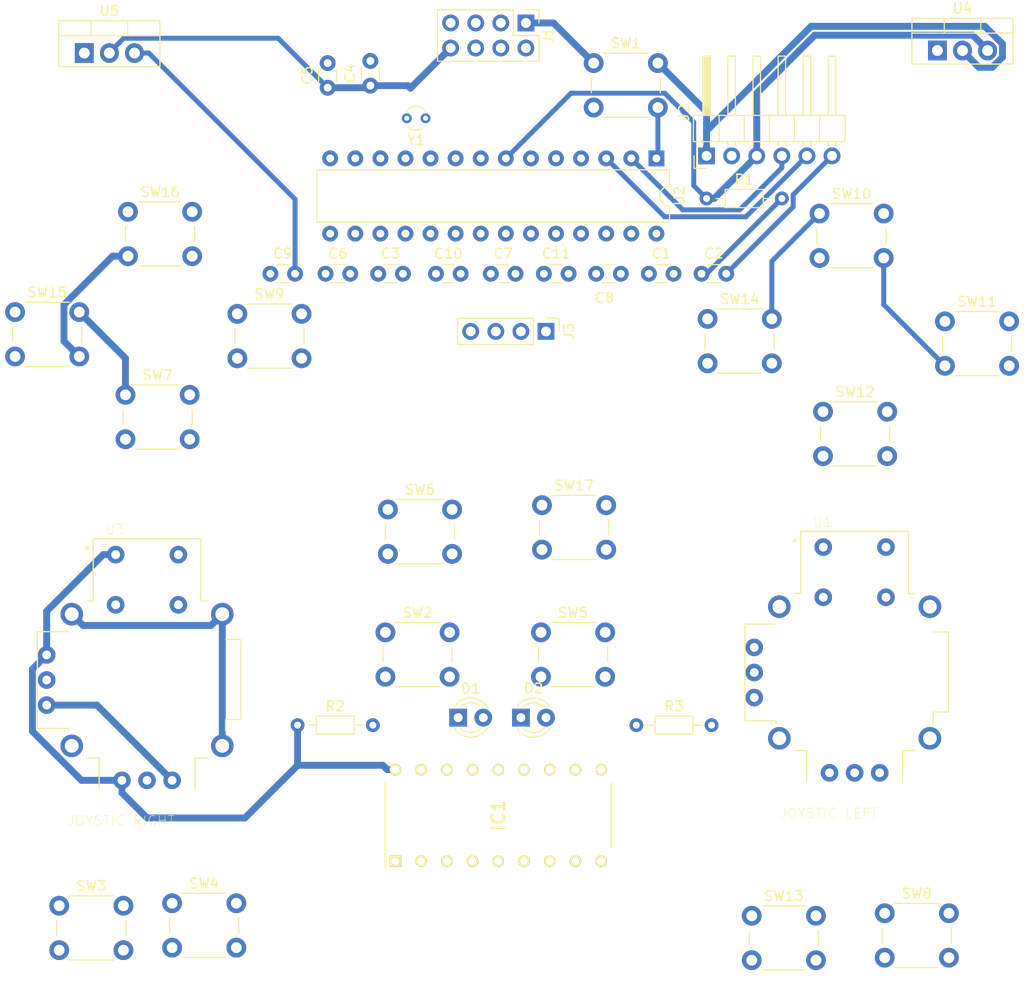
<source format=kicad_pcb>
(kicad_pcb (version 20171130) (host pcbnew "(5.1.2)-2")

  (general
    (thickness 1.6)
    (drawings 0)
    (tracks 94)
    (zones 0)
    (modules 43)
    (nets 45)
  )

  (page A4)
  (layers
    (0 F.Cu signal)
    (31 B.Cu signal)
    (32 B.Adhes user)
    (33 F.Adhes user)
    (34 B.Paste user)
    (35 F.Paste user)
    (36 B.SilkS user)
    (37 F.SilkS user)
    (38 B.Mask user)
    (39 F.Mask user)
    (40 Dwgs.User user)
    (41 Cmts.User user)
    (42 Eco1.User user)
    (43 Eco2.User user)
    (44 Edge.Cuts user)
    (45 Margin user)
    (46 B.CrtYd user)
    (47 F.CrtYd user)
    (48 B.Fab user)
    (49 F.Fab user)
  )

  (setup
    (last_trace_width 0.25)
    (user_trace_width 0.5)
    (user_trace_width 0.7)
    (trace_clearance 0.2)
    (zone_clearance 0.508)
    (zone_45_only no)
    (trace_min 0.2)
    (via_size 0.8)
    (via_drill 0.4)
    (via_min_size 0.4)
    (via_min_drill 0.3)
    (uvia_size 0.3)
    (uvia_drill 0.1)
    (uvias_allowed no)
    (uvia_min_size 0.2)
    (uvia_min_drill 0.1)
    (edge_width 0.05)
    (segment_width 0.2)
    (pcb_text_width 0.3)
    (pcb_text_size 1.5 1.5)
    (mod_edge_width 0.12)
    (mod_text_size 1 1)
    (mod_text_width 0.15)
    (pad_size 1.524 1.524)
    (pad_drill 0.762)
    (pad_to_mask_clearance 0.051)
    (solder_mask_min_width 0.25)
    (aux_axis_origin 0 0)
    (visible_elements 7FFFFFFF)
    (pcbplotparams
      (layerselection 0x010fc_ffffffff)
      (usegerberextensions false)
      (usegerberattributes false)
      (usegerberadvancedattributes false)
      (creategerberjobfile false)
      (excludeedgelayer true)
      (linewidth 0.100000)
      (plotframeref false)
      (viasonmask false)
      (mode 1)
      (useauxorigin false)
      (hpglpennumber 1)
      (hpglpenspeed 20)
      (hpglpendiameter 15.000000)
      (psnegative false)
      (psa4output false)
      (plotreference true)
      (plotvalue true)
      (plotinvisibletext false)
      (padsonsilk false)
      (subtractmaskfromsilk false)
      (outputformat 1)
      (mirror false)
      (drillshape 1)
      (scaleselection 1)
      (outputdirectory ""))
  )

  (net 0 "")
  (net 1 "Net-(C1-Pad1)")
  (net 2 +3V3)
  (net 3 RESET)
  (net 4 DTR)
  (net 5 +5V)
  (net 6 XTAL1)
  (net 7 XTAL2)
  (net 8 "Net-(C6-Pad1)")
  (net 9 "Net-(C7-Pad1)")
  (net 10 +12V)
  (net 11 "Net-(D1-Pad2)")
  (net 12 "Net-(D2-Pad2)")
  (net 13 S1)
  (net 14 S2)
  (net 15 S3)
  (net 16 S4)
  (net 17 S8)
  (net 18 S7)
  (net 19 S6)
  (net 20 S5)
  (net 21 DAV)
  (net 22 D4)
  (net 23 D3)
  (net 24 D2)
  (net 25 D1)
  (net 26 CE)
  (net 27 SCK)
  (net 28 MISO)
  (net 29 "Net-(J1-Pad5)")
  (net 30 MOSI)
  (net 31 CSN)
  (net 32 "Net-(J2-Pad2)")
  (net 33 TX)
  (net 34 RX)
  (net 35 SCL)
  (net 36 SDA)
  (net 37 SWL)
  (net 38 VLY)
  (net 39 "Net-(U1-PadS1)")
  (net 40 VLX)
  (net 41 VRX)
  (net 42 VRY)
  (net 43 SWR)
  (net 44 "Net-(U3-PadS1)")

  (net_class Default "This is the default net class."
    (clearance 0.2)
    (trace_width 0.25)
    (via_dia 0.8)
    (via_drill 0.4)
    (uvia_dia 0.3)
    (uvia_drill 0.1)
    (add_net +12V)
    (add_net +3V3)
    (add_net +5V)
    (add_net CE)
    (add_net CSN)
    (add_net D1)
    (add_net D2)
    (add_net D3)
    (add_net D4)
    (add_net DAV)
    (add_net DTR)
    (add_net MISO)
    (add_net MOSI)
    (add_net "Net-(C1-Pad1)")
    (add_net "Net-(C6-Pad1)")
    (add_net "Net-(C7-Pad1)")
    (add_net "Net-(D1-Pad2)")
    (add_net "Net-(D2-Pad2)")
    (add_net "Net-(J1-Pad5)")
    (add_net "Net-(J2-Pad2)")
    (add_net "Net-(U1-PadS1)")
    (add_net "Net-(U3-PadS1)")
    (add_net RESET)
    (add_net RX)
    (add_net S1)
    (add_net S2)
    (add_net S3)
    (add_net S4)
    (add_net S5)
    (add_net S6)
    (add_net S7)
    (add_net S8)
    (add_net SCK)
    (add_net SCL)
    (add_net SDA)
    (add_net SWL)
    (add_net SWR)
    (add_net TX)
    (add_net VLX)
    (add_net VLY)
    (add_net VRX)
    (add_net VRY)
    (add_net XTAL1)
    (add_net XTAL2)
  )

  (module Capacitor_THT:C_Disc_D3.0mm_W1.6mm_P2.50mm (layer F.Cu) (tedit 5AE50EF0) (tstamp 5DC01B28)
    (at 183.642 95.504)
    (descr "C, Disc series, Radial, pin pitch=2.50mm, , diameter*width=3.0*1.6mm^2, Capacitor, http://www.vishay.com/docs/45233/krseries.pdf")
    (tags "C Disc series Radial pin pitch 2.50mm  diameter 3.0mm width 1.6mm Capacitor")
    (path /5DBD0A30)
    (fp_text reference C1 (at 1.25 -2.05) (layer F.SilkS)
      (effects (font (size 1 1) (thickness 0.15)))
    )
    (fp_text value 0.1uF (at -0.371001 -2.749001) (layer F.Fab)
      (effects (font (size 1 1) (thickness 0.15)))
    )
    (fp_line (start -0.25 -0.8) (end -0.25 0.8) (layer F.Fab) (width 0.1))
    (fp_line (start -0.25 0.8) (end 2.75 0.8) (layer F.Fab) (width 0.1))
    (fp_line (start 2.75 0.8) (end 2.75 -0.8) (layer F.Fab) (width 0.1))
    (fp_line (start 2.75 -0.8) (end -0.25 -0.8) (layer F.Fab) (width 0.1))
    (fp_line (start 0.621 -0.92) (end 1.879 -0.92) (layer F.SilkS) (width 0.12))
    (fp_line (start 0.621 0.92) (end 1.879 0.92) (layer F.SilkS) (width 0.12))
    (fp_line (start -1.05 -1.05) (end -1.05 1.05) (layer F.CrtYd) (width 0.05))
    (fp_line (start -1.05 1.05) (end 3.55 1.05) (layer F.CrtYd) (width 0.05))
    (fp_line (start 3.55 1.05) (end 3.55 -1.05) (layer F.CrtYd) (width 0.05))
    (fp_line (start 3.55 -1.05) (end -1.05 -1.05) (layer F.CrtYd) (width 0.05))
    (fp_text user %R (at 1.25 0) (layer F.Fab)
      (effects (font (size 0.6 0.6) (thickness 0.09)))
    )
    (pad 1 thru_hole circle (at 0 0) (size 1.6 1.6) (drill 0.8) (layers *.Cu *.Mask)
      (net 1 "Net-(C1-Pad1)"))
    (pad 2 thru_hole circle (at 2.5 0) (size 1.6 1.6) (drill 0.8) (layers *.Cu *.Mask)
      (net 2 +3V3))
    (model ${KISYS3DMOD}/Capacitor_THT.3dshapes/C_Disc_D3.0mm_W1.6mm_P2.50mm.wrl
      (at (xyz 0 0 0))
      (scale (xyz 1 1 1))
      (rotate (xyz 0 0 0))
    )
  )

  (module Capacitor_THT:C_Disc_D3.0mm_W1.6mm_P2.50mm (layer F.Cu) (tedit 5AE50EF0) (tstamp 5DC01B39)
    (at 188.976 95.504)
    (descr "C, Disc series, Radial, pin pitch=2.50mm, , diameter*width=3.0*1.6mm^2, Capacitor, http://www.vishay.com/docs/45233/krseries.pdf")
    (tags "C Disc series Radial pin pitch 2.50mm  diameter 3.0mm width 1.6mm Capacitor")
    (path /5DBEFACB)
    (fp_text reference C2 (at 1.25 -2.05) (layer F.SilkS)
      (effects (font (size 1 1) (thickness 0.15)))
    )
    (fp_text value 0.1uF (at 1.25 2.05) (layer F.Fab)
      (effects (font (size 1 1) (thickness 0.15)))
    )
    (fp_line (start -0.25 -0.8) (end -0.25 0.8) (layer F.Fab) (width 0.1))
    (fp_line (start -0.25 0.8) (end 2.75 0.8) (layer F.Fab) (width 0.1))
    (fp_line (start 2.75 0.8) (end 2.75 -0.8) (layer F.Fab) (width 0.1))
    (fp_line (start 2.75 -0.8) (end -0.25 -0.8) (layer F.Fab) (width 0.1))
    (fp_line (start 0.621 -0.92) (end 1.879 -0.92) (layer F.SilkS) (width 0.12))
    (fp_line (start 0.621 0.92) (end 1.879 0.92) (layer F.SilkS) (width 0.12))
    (fp_line (start -1.05 -1.05) (end -1.05 1.05) (layer F.CrtYd) (width 0.05))
    (fp_line (start -1.05 1.05) (end 3.55 1.05) (layer F.CrtYd) (width 0.05))
    (fp_line (start 3.55 1.05) (end 3.55 -1.05) (layer F.CrtYd) (width 0.05))
    (fp_line (start 3.55 -1.05) (end -1.05 -1.05) (layer F.CrtYd) (width 0.05))
    (fp_text user %R (at 1.25 0) (layer F.Fab)
      (effects (font (size 0.6 0.6) (thickness 0.09)))
    )
    (pad 1 thru_hole circle (at 0 0) (size 1.6 1.6) (drill 0.8) (layers *.Cu *.Mask)
      (net 3 RESET))
    (pad 2 thru_hole circle (at 2.5 0) (size 1.6 1.6) (drill 0.8) (layers *.Cu *.Mask)
      (net 4 DTR))
    (model ${KISYS3DMOD}/Capacitor_THT.3dshapes/C_Disc_D3.0mm_W1.6mm_P2.50mm.wrl
      (at (xyz 0 0 0))
      (scale (xyz 1 1 1))
      (rotate (xyz 0 0 0))
    )
  )

  (module Capacitor_THT:C_Disc_D3.0mm_W1.6mm_P2.50mm (layer F.Cu) (tedit 5AE50EF0) (tstamp 5DC01B4A)
    (at 156.25 95.504)
    (descr "C, Disc series, Radial, pin pitch=2.50mm, , diameter*width=3.0*1.6mm^2, Capacitor, http://www.vishay.com/docs/45233/krseries.pdf")
    (tags "C Disc series Radial pin pitch 2.50mm  diameter 3.0mm width 1.6mm Capacitor")
    (path /5DBEB36A)
    (fp_text reference C3 (at 1.25 -2.05) (layer F.SilkS)
      (effects (font (size 1 1) (thickness 0.15)))
    )
    (fp_text value 0.1uF (at 1.25 2.05) (layer F.Fab)
      (effects (font (size 1 1) (thickness 0.15)))
    )
    (fp_text user %R (at 1.25 0) (layer F.Fab)
      (effects (font (size 0.6 0.6) (thickness 0.09)))
    )
    (fp_line (start 3.55 -1.05) (end -1.05 -1.05) (layer F.CrtYd) (width 0.05))
    (fp_line (start 3.55 1.05) (end 3.55 -1.05) (layer F.CrtYd) (width 0.05))
    (fp_line (start -1.05 1.05) (end 3.55 1.05) (layer F.CrtYd) (width 0.05))
    (fp_line (start -1.05 -1.05) (end -1.05 1.05) (layer F.CrtYd) (width 0.05))
    (fp_line (start 0.621 0.92) (end 1.879 0.92) (layer F.SilkS) (width 0.12))
    (fp_line (start 0.621 -0.92) (end 1.879 -0.92) (layer F.SilkS) (width 0.12))
    (fp_line (start 2.75 -0.8) (end -0.25 -0.8) (layer F.Fab) (width 0.1))
    (fp_line (start 2.75 0.8) (end 2.75 -0.8) (layer F.Fab) (width 0.1))
    (fp_line (start -0.25 0.8) (end 2.75 0.8) (layer F.Fab) (width 0.1))
    (fp_line (start -0.25 -0.8) (end -0.25 0.8) (layer F.Fab) (width 0.1))
    (pad 2 thru_hole circle (at 2.5 0) (size 1.6 1.6) (drill 0.8) (layers *.Cu *.Mask)
      (net 5 +5V))
    (pad 1 thru_hole circle (at 0 0) (size 1.6 1.6) (drill 0.8) (layers *.Cu *.Mask)
      (net 2 +3V3))
    (model ${KISYS3DMOD}/Capacitor_THT.3dshapes/C_Disc_D3.0mm_W1.6mm_P2.50mm.wrl
      (at (xyz 0 0 0))
      (scale (xyz 1 1 1))
      (rotate (xyz 0 0 0))
    )
  )

  (module Capacitor_THT:C_Disc_D3.0mm_W1.6mm_P2.50mm (layer F.Cu) (tedit 5AE50EF0) (tstamp 5DC01B5B)
    (at 155.448 76.454 90)
    (descr "C, Disc series, Radial, pin pitch=2.50mm, , diameter*width=3.0*1.6mm^2, Capacitor, http://www.vishay.com/docs/45233/krseries.pdf")
    (tags "C Disc series Radial pin pitch 2.50mm  diameter 3.0mm width 1.6mm Capacitor")
    (path /5DB8D772)
    (fp_text reference C4 (at 1.25 -2.05 90) (layer F.SilkS)
      (effects (font (size 1 1) (thickness 0.15)))
    )
    (fp_text value 22pF (at 1.25 2.05 90) (layer F.Fab)
      (effects (font (size 1 1) (thickness 0.15)))
    )
    (fp_line (start -0.25 -0.8) (end -0.25 0.8) (layer F.Fab) (width 0.1))
    (fp_line (start -0.25 0.8) (end 2.75 0.8) (layer F.Fab) (width 0.1))
    (fp_line (start 2.75 0.8) (end 2.75 -0.8) (layer F.Fab) (width 0.1))
    (fp_line (start 2.75 -0.8) (end -0.25 -0.8) (layer F.Fab) (width 0.1))
    (fp_line (start 0.621 -0.92) (end 1.879 -0.92) (layer F.SilkS) (width 0.12))
    (fp_line (start 0.621 0.92) (end 1.879 0.92) (layer F.SilkS) (width 0.12))
    (fp_line (start -1.05 -1.05) (end -1.05 1.05) (layer F.CrtYd) (width 0.05))
    (fp_line (start -1.05 1.05) (end 3.55 1.05) (layer F.CrtYd) (width 0.05))
    (fp_line (start 3.55 1.05) (end 3.55 -1.05) (layer F.CrtYd) (width 0.05))
    (fp_line (start 3.55 -1.05) (end -1.05 -1.05) (layer F.CrtYd) (width 0.05))
    (fp_text user %R (at 1.25 0 90) (layer F.Fab)
      (effects (font (size 0.6 0.6) (thickness 0.09)))
    )
    (pad 1 thru_hole circle (at 0 0 90) (size 1.6 1.6) (drill 0.8) (layers *.Cu *.Mask)
      (net 2 +3V3))
    (pad 2 thru_hole circle (at 2.5 0 90) (size 1.6 1.6) (drill 0.8) (layers *.Cu *.Mask)
      (net 6 XTAL1))
    (model ${KISYS3DMOD}/Capacitor_THT.3dshapes/C_Disc_D3.0mm_W1.6mm_P2.50mm.wrl
      (at (xyz 0 0 0))
      (scale (xyz 1 1 1))
      (rotate (xyz 0 0 0))
    )
  )

  (module Capacitor_THT:C_Disc_D3.0mm_W1.6mm_P2.50mm (layer F.Cu) (tedit 5AE50EF0) (tstamp 5DC01B6C)
    (at 151.13 76.668 90)
    (descr "C, Disc series, Radial, pin pitch=2.50mm, , diameter*width=3.0*1.6mm^2, Capacitor, http://www.vishay.com/docs/45233/krseries.pdf")
    (tags "C Disc series Radial pin pitch 2.50mm  diameter 3.0mm width 1.6mm Capacitor")
    (path /5DB8E4EF)
    (fp_text reference C5 (at 1.25 -2.05 90) (layer F.SilkS)
      (effects (font (size 1 1) (thickness 0.15)))
    )
    (fp_text value 22pF (at 1.25 2.05 90) (layer F.Fab)
      (effects (font (size 1 1) (thickness 0.15)))
    )
    (fp_text user %R (at 1.25 0 90) (layer F.Fab)
      (effects (font (size 0.6 0.6) (thickness 0.09)))
    )
    (fp_line (start 3.55 -1.05) (end -1.05 -1.05) (layer F.CrtYd) (width 0.05))
    (fp_line (start 3.55 1.05) (end 3.55 -1.05) (layer F.CrtYd) (width 0.05))
    (fp_line (start -1.05 1.05) (end 3.55 1.05) (layer F.CrtYd) (width 0.05))
    (fp_line (start -1.05 -1.05) (end -1.05 1.05) (layer F.CrtYd) (width 0.05))
    (fp_line (start 0.621 0.92) (end 1.879 0.92) (layer F.SilkS) (width 0.12))
    (fp_line (start 0.621 -0.92) (end 1.879 -0.92) (layer F.SilkS) (width 0.12))
    (fp_line (start 2.75 -0.8) (end -0.25 -0.8) (layer F.Fab) (width 0.1))
    (fp_line (start 2.75 0.8) (end 2.75 -0.8) (layer F.Fab) (width 0.1))
    (fp_line (start -0.25 0.8) (end 2.75 0.8) (layer F.Fab) (width 0.1))
    (fp_line (start -0.25 -0.8) (end -0.25 0.8) (layer F.Fab) (width 0.1))
    (pad 2 thru_hole circle (at 2.5 0 90) (size 1.6 1.6) (drill 0.8) (layers *.Cu *.Mask)
      (net 7 XTAL2))
    (pad 1 thru_hole circle (at 0 0 90) (size 1.6 1.6) (drill 0.8) (layers *.Cu *.Mask)
      (net 2 +3V3))
    (model ${KISYS3DMOD}/Capacitor_THT.3dshapes/C_Disc_D3.0mm_W1.6mm_P2.50mm.wrl
      (at (xyz 0 0 0))
      (scale (xyz 1 1 1))
      (rotate (xyz 0 0 0))
    )
  )

  (module Capacitor_THT:C_Disc_D3.0mm_W1.6mm_P2.50mm (layer F.Cu) (tedit 5AE50EF0) (tstamp 5DC01B7D)
    (at 150.916 95.504)
    (descr "C, Disc series, Radial, pin pitch=2.50mm, , diameter*width=3.0*1.6mm^2, Capacitor, http://www.vishay.com/docs/45233/krseries.pdf")
    (tags "C Disc series Radial pin pitch 2.50mm  diameter 3.0mm width 1.6mm Capacitor")
    (path /5DF519DE)
    (fp_text reference C6 (at 1.25 -2.05) (layer F.SilkS)
      (effects (font (size 1 1) (thickness 0.15)))
    )
    (fp_text value 0.1uF (at 1.25 2.05) (layer F.Fab)
      (effects (font (size 1 1) (thickness 0.15)))
    )
    (fp_line (start -0.25 -0.8) (end -0.25 0.8) (layer F.Fab) (width 0.1))
    (fp_line (start -0.25 0.8) (end 2.75 0.8) (layer F.Fab) (width 0.1))
    (fp_line (start 2.75 0.8) (end 2.75 -0.8) (layer F.Fab) (width 0.1))
    (fp_line (start 2.75 -0.8) (end -0.25 -0.8) (layer F.Fab) (width 0.1))
    (fp_line (start 0.621 -0.92) (end 1.879 -0.92) (layer F.SilkS) (width 0.12))
    (fp_line (start 0.621 0.92) (end 1.879 0.92) (layer F.SilkS) (width 0.12))
    (fp_line (start -1.05 -1.05) (end -1.05 1.05) (layer F.CrtYd) (width 0.05))
    (fp_line (start -1.05 1.05) (end 3.55 1.05) (layer F.CrtYd) (width 0.05))
    (fp_line (start 3.55 1.05) (end 3.55 -1.05) (layer F.CrtYd) (width 0.05))
    (fp_line (start 3.55 -1.05) (end -1.05 -1.05) (layer F.CrtYd) (width 0.05))
    (fp_text user %R (at 1.25 0) (layer F.Fab)
      (effects (font (size 0.6 0.6) (thickness 0.09)))
    )
    (pad 1 thru_hole circle (at 0 0) (size 1.6 1.6) (drill 0.8) (layers *.Cu *.Mask)
      (net 8 "Net-(C6-Pad1)"))
    (pad 2 thru_hole circle (at 2.5 0) (size 1.6 1.6) (drill 0.8) (layers *.Cu *.Mask)
      (net 2 +3V3))
    (model ${KISYS3DMOD}/Capacitor_THT.3dshapes/C_Disc_D3.0mm_W1.6mm_P2.50mm.wrl
      (at (xyz 0 0 0))
      (scale (xyz 1 1 1))
      (rotate (xyz 0 0 0))
    )
  )

  (module Capacitor_THT:C_Disc_D3.0mm_W1.6mm_P2.50mm (layer F.Cu) (tedit 5AE50EF0) (tstamp 5DC01B8E)
    (at 167.64 95.504)
    (descr "C, Disc series, Radial, pin pitch=2.50mm, , diameter*width=3.0*1.6mm^2, Capacitor, http://www.vishay.com/docs/45233/krseries.pdf")
    (tags "C Disc series Radial pin pitch 2.50mm  diameter 3.0mm width 1.6mm Capacitor")
    (path /5DF522C1)
    (fp_text reference C7 (at 1.25 -2.05) (layer F.SilkS)
      (effects (font (size 1 1) (thickness 0.15)))
    )
    (fp_text value 1uF (at 1.25 2.05) (layer F.Fab)
      (effects (font (size 1 1) (thickness 0.15)))
    )
    (fp_text user %R (at 1.25 0) (layer F.Fab)
      (effects (font (size 0.6 0.6) (thickness 0.09)))
    )
    (fp_line (start 3.55 -1.05) (end -1.05 -1.05) (layer F.CrtYd) (width 0.05))
    (fp_line (start 3.55 1.05) (end 3.55 -1.05) (layer F.CrtYd) (width 0.05))
    (fp_line (start -1.05 1.05) (end 3.55 1.05) (layer F.CrtYd) (width 0.05))
    (fp_line (start -1.05 -1.05) (end -1.05 1.05) (layer F.CrtYd) (width 0.05))
    (fp_line (start 0.621 0.92) (end 1.879 0.92) (layer F.SilkS) (width 0.12))
    (fp_line (start 0.621 -0.92) (end 1.879 -0.92) (layer F.SilkS) (width 0.12))
    (fp_line (start 2.75 -0.8) (end -0.25 -0.8) (layer F.Fab) (width 0.1))
    (fp_line (start 2.75 0.8) (end 2.75 -0.8) (layer F.Fab) (width 0.1))
    (fp_line (start -0.25 0.8) (end 2.75 0.8) (layer F.Fab) (width 0.1))
    (fp_line (start -0.25 -0.8) (end -0.25 0.8) (layer F.Fab) (width 0.1))
    (pad 2 thru_hole circle (at 2.5 0) (size 1.6 1.6) (drill 0.8) (layers *.Cu *.Mask)
      (net 2 +3V3))
    (pad 1 thru_hole circle (at 0 0) (size 1.6 1.6) (drill 0.8) (layers *.Cu *.Mask)
      (net 9 "Net-(C7-Pad1)"))
    (model ${KISYS3DMOD}/Capacitor_THT.3dshapes/C_Disc_D3.0mm_W1.6mm_P2.50mm.wrl
      (at (xyz 0 0 0))
      (scale (xyz 1 1 1))
      (rotate (xyz 0 0 0))
    )
  )

  (module Capacitor_THT:C_Disc_D3.0mm_W1.6mm_P2.50mm (layer F.Cu) (tedit 5AE50EF0) (tstamp 5DC01B9F)
    (at 180.808 95.504 180)
    (descr "C, Disc series, Radial, pin pitch=2.50mm, , diameter*width=3.0*1.6mm^2, Capacitor, http://www.vishay.com/docs/45233/krseries.pdf")
    (tags "C Disc series Radial pin pitch 2.50mm  diameter 3.0mm width 1.6mm Capacitor")
    (path /5DBD5124)
    (fp_text reference C8 (at 1.664999 -2.443001) (layer F.SilkS)
      (effects (font (size 1 1) (thickness 0.15)))
    )
    (fp_text value 0.22uF (at 1.25 2.05) (layer F.Fab)
      (effects (font (size 1 1) (thickness 0.15)))
    )
    (fp_text user %R (at 1.25 0) (layer F.Fab)
      (effects (font (size 0.6 0.6) (thickness 0.09)))
    )
    (fp_line (start 3.55 -1.05) (end -1.05 -1.05) (layer F.CrtYd) (width 0.05))
    (fp_line (start 3.55 1.05) (end 3.55 -1.05) (layer F.CrtYd) (width 0.05))
    (fp_line (start -1.05 1.05) (end 3.55 1.05) (layer F.CrtYd) (width 0.05))
    (fp_line (start -1.05 -1.05) (end -1.05 1.05) (layer F.CrtYd) (width 0.05))
    (fp_line (start 0.621 0.92) (end 1.879 0.92) (layer F.SilkS) (width 0.12))
    (fp_line (start 0.621 -0.92) (end 1.879 -0.92) (layer F.SilkS) (width 0.12))
    (fp_line (start 2.75 -0.8) (end -0.25 -0.8) (layer F.Fab) (width 0.1))
    (fp_line (start 2.75 0.8) (end 2.75 -0.8) (layer F.Fab) (width 0.1))
    (fp_line (start -0.25 0.8) (end 2.75 0.8) (layer F.Fab) (width 0.1))
    (fp_line (start -0.25 -0.8) (end -0.25 0.8) (layer F.Fab) (width 0.1))
    (pad 2 thru_hole circle (at 2.5 0 180) (size 1.6 1.6) (drill 0.8) (layers *.Cu *.Mask)
      (net 2 +3V3))
    (pad 1 thru_hole circle (at 0 0 180) (size 1.6 1.6) (drill 0.8) (layers *.Cu *.Mask)
      (net 10 +12V))
    (model ${KISYS3DMOD}/Capacitor_THT.3dshapes/C_Disc_D3.0mm_W1.6mm_P2.50mm.wrl
      (at (xyz 0 0 0))
      (scale (xyz 1 1 1))
      (rotate (xyz 0 0 0))
    )
  )

  (module Capacitor_THT:C_Disc_D3.0mm_W1.6mm_P2.50mm (layer F.Cu) (tedit 5AE50EF0) (tstamp 5DC01BB0)
    (at 145.328 95.504)
    (descr "C, Disc series, Radial, pin pitch=2.50mm, , diameter*width=3.0*1.6mm^2, Capacitor, http://www.vishay.com/docs/45233/krseries.pdf")
    (tags "C Disc series Radial pin pitch 2.50mm  diameter 3.0mm width 1.6mm Capacitor")
    (path /5DC70898)
    (fp_text reference C9 (at 1.25 -2.05) (layer F.SilkS)
      (effects (font (size 1 1) (thickness 0.15)))
    )
    (fp_text value C_Small (at 1.25 2.05) (layer F.Fab)
      (effects (font (size 1 1) (thickness 0.15)))
    )
    (fp_text user %R (at 1.25 0) (layer F.Fab)
      (effects (font (size 0.6 0.6) (thickness 0.09)))
    )
    (fp_line (start 3.55 -1.05) (end -1.05 -1.05) (layer F.CrtYd) (width 0.05))
    (fp_line (start 3.55 1.05) (end 3.55 -1.05) (layer F.CrtYd) (width 0.05))
    (fp_line (start -1.05 1.05) (end 3.55 1.05) (layer F.CrtYd) (width 0.05))
    (fp_line (start -1.05 -1.05) (end -1.05 1.05) (layer F.CrtYd) (width 0.05))
    (fp_line (start 0.621 0.92) (end 1.879 0.92) (layer F.SilkS) (width 0.12))
    (fp_line (start 0.621 -0.92) (end 1.879 -0.92) (layer F.SilkS) (width 0.12))
    (fp_line (start 2.75 -0.8) (end -0.25 -0.8) (layer F.Fab) (width 0.1))
    (fp_line (start 2.75 0.8) (end 2.75 -0.8) (layer F.Fab) (width 0.1))
    (fp_line (start -0.25 0.8) (end 2.75 0.8) (layer F.Fab) (width 0.1))
    (fp_line (start -0.25 -0.8) (end -0.25 0.8) (layer F.Fab) (width 0.1))
    (pad 2 thru_hole circle (at 2.5 0) (size 1.6 1.6) (drill 0.8) (layers *.Cu *.Mask)
      (net 5 +5V))
    (pad 1 thru_hole circle (at 0 0) (size 1.6 1.6) (drill 0.8) (layers *.Cu *.Mask)
      (net 2 +3V3))
    (model ${KISYS3DMOD}/Capacitor_THT.3dshapes/C_Disc_D3.0mm_W1.6mm_P2.50mm.wrl
      (at (xyz 0 0 0))
      (scale (xyz 1 1 1))
      (rotate (xyz 0 0 0))
    )
  )

  (module Capacitor_THT:C_Disc_D3.0mm_W1.6mm_P2.50mm (layer F.Cu) (tedit 5AE50EF0) (tstamp 5DC01BC1)
    (at 162.092 95.504)
    (descr "C, Disc series, Radial, pin pitch=2.50mm, , diameter*width=3.0*1.6mm^2, Capacitor, http://www.vishay.com/docs/45233/krseries.pdf")
    (tags "C Disc series Radial pin pitch 2.50mm  diameter 3.0mm width 1.6mm Capacitor")
    (path /5DBD5F87)
    (fp_text reference C10 (at 1.25 -2.05) (layer F.SilkS)
      (effects (font (size 1 1) (thickness 0.15)))
    )
    (fp_text value 0.1uF (at 1.25 2.05) (layer F.Fab)
      (effects (font (size 1 1) (thickness 0.15)))
    )
    (fp_line (start -0.25 -0.8) (end -0.25 0.8) (layer F.Fab) (width 0.1))
    (fp_line (start -0.25 0.8) (end 2.75 0.8) (layer F.Fab) (width 0.1))
    (fp_line (start 2.75 0.8) (end 2.75 -0.8) (layer F.Fab) (width 0.1))
    (fp_line (start 2.75 -0.8) (end -0.25 -0.8) (layer F.Fab) (width 0.1))
    (fp_line (start 0.621 -0.92) (end 1.879 -0.92) (layer F.SilkS) (width 0.12))
    (fp_line (start 0.621 0.92) (end 1.879 0.92) (layer F.SilkS) (width 0.12))
    (fp_line (start -1.05 -1.05) (end -1.05 1.05) (layer F.CrtYd) (width 0.05))
    (fp_line (start -1.05 1.05) (end 3.55 1.05) (layer F.CrtYd) (width 0.05))
    (fp_line (start 3.55 1.05) (end 3.55 -1.05) (layer F.CrtYd) (width 0.05))
    (fp_line (start 3.55 -1.05) (end -1.05 -1.05) (layer F.CrtYd) (width 0.05))
    (fp_text user %R (at 1.25 0) (layer F.Fab)
      (effects (font (size 0.6 0.6) (thickness 0.09)))
    )
    (pad 1 thru_hole circle (at 0 0) (size 1.6 1.6) (drill 0.8) (layers *.Cu *.Mask)
      (net 5 +5V))
    (pad 2 thru_hole circle (at 2.5 0) (size 1.6 1.6) (drill 0.8) (layers *.Cu *.Mask)
      (net 2 +3V3))
    (model ${KISYS3DMOD}/Capacitor_THT.3dshapes/C_Disc_D3.0mm_W1.6mm_P2.50mm.wrl
      (at (xyz 0 0 0))
      (scale (xyz 1 1 1))
      (rotate (xyz 0 0 0))
    )
  )

  (module Capacitor_THT:C_Disc_D3.0mm_W1.6mm_P2.50mm (layer F.Cu) (tedit 5AE50EF0) (tstamp 5DC01BD2)
    (at 173.014 95.504)
    (descr "C, Disc series, Radial, pin pitch=2.50mm, , diameter*width=3.0*1.6mm^2, Capacitor, http://www.vishay.com/docs/45233/krseries.pdf")
    (tags "C Disc series Radial pin pitch 2.50mm  diameter 3.0mm width 1.6mm Capacitor")
    (path /5DFB95C1)
    (fp_text reference C11 (at 1.25 -2.05) (layer F.SilkS)
      (effects (font (size 1 1) (thickness 0.15)))
    )
    (fp_text value 0.1uF (at 1.25 2.05) (layer F.Fab)
      (effects (font (size 1 1) (thickness 0.15)))
    )
    (fp_line (start -0.25 -0.8) (end -0.25 0.8) (layer F.Fab) (width 0.1))
    (fp_line (start -0.25 0.8) (end 2.75 0.8) (layer F.Fab) (width 0.1))
    (fp_line (start 2.75 0.8) (end 2.75 -0.8) (layer F.Fab) (width 0.1))
    (fp_line (start 2.75 -0.8) (end -0.25 -0.8) (layer F.Fab) (width 0.1))
    (fp_line (start 0.621 -0.92) (end 1.879 -0.92) (layer F.SilkS) (width 0.12))
    (fp_line (start 0.621 0.92) (end 1.879 0.92) (layer F.SilkS) (width 0.12))
    (fp_line (start -1.05 -1.05) (end -1.05 1.05) (layer F.CrtYd) (width 0.05))
    (fp_line (start -1.05 1.05) (end 3.55 1.05) (layer F.CrtYd) (width 0.05))
    (fp_line (start 3.55 1.05) (end 3.55 -1.05) (layer F.CrtYd) (width 0.05))
    (fp_line (start 3.55 -1.05) (end -1.05 -1.05) (layer F.CrtYd) (width 0.05))
    (fp_text user %R (at 1.25 0) (layer F.Fab)
      (effects (font (size 0.6 0.6) (thickness 0.09)))
    )
    (pad 1 thru_hole circle (at 0 0) (size 1.6 1.6) (drill 0.8) (layers *.Cu *.Mask)
      (net 2 +3V3))
    (pad 2 thru_hole circle (at 2.5 0) (size 1.6 1.6) (drill 0.8) (layers *.Cu *.Mask)
      (net 5 +5V))
    (model ${KISYS3DMOD}/Capacitor_THT.3dshapes/C_Disc_D3.0mm_W1.6mm_P2.50mm.wrl
      (at (xyz 0 0 0))
      (scale (xyz 1 1 1))
      (rotate (xyz 0 0 0))
    )
  )

  (module LED_THT:LED_D3.0mm (layer F.Cu) (tedit 587A3A7B) (tstamp 5DC01BE5)
    (at 164.338 140.462)
    (descr "LED, diameter 3.0mm, 2 pins")
    (tags "LED diameter 3.0mm 2 pins")
    (path /5DBD9BC7)
    (fp_text reference D1 (at 1.27 -2.96) (layer F.SilkS)
      (effects (font (size 1 1) (thickness 0.15)))
    )
    (fp_text value LED (at 1.27 2.96) (layer F.Fab)
      (effects (font (size 1 1) (thickness 0.15)))
    )
    (fp_line (start 3.7 -2.25) (end -1.15 -2.25) (layer F.CrtYd) (width 0.05))
    (fp_line (start 3.7 2.25) (end 3.7 -2.25) (layer F.CrtYd) (width 0.05))
    (fp_line (start -1.15 2.25) (end 3.7 2.25) (layer F.CrtYd) (width 0.05))
    (fp_line (start -1.15 -2.25) (end -1.15 2.25) (layer F.CrtYd) (width 0.05))
    (fp_line (start -0.29 1.08) (end -0.29 1.236) (layer F.SilkS) (width 0.12))
    (fp_line (start -0.29 -1.236) (end -0.29 -1.08) (layer F.SilkS) (width 0.12))
    (fp_line (start -0.23 -1.16619) (end -0.23 1.16619) (layer F.Fab) (width 0.1))
    (fp_circle (center 1.27 0) (end 2.77 0) (layer F.Fab) (width 0.1))
    (fp_arc (start 1.27 0) (end 0.229039 1.08) (angle -87.9) (layer F.SilkS) (width 0.12))
    (fp_arc (start 1.27 0) (end 0.229039 -1.08) (angle 87.9) (layer F.SilkS) (width 0.12))
    (fp_arc (start 1.27 0) (end -0.29 1.235516) (angle -108.8) (layer F.SilkS) (width 0.12))
    (fp_arc (start 1.27 0) (end -0.29 -1.235516) (angle 108.8) (layer F.SilkS) (width 0.12))
    (fp_arc (start 1.27 0) (end -0.23 -1.16619) (angle 284.3) (layer F.Fab) (width 0.1))
    (pad 2 thru_hole circle (at 2.54 0) (size 1.8 1.8) (drill 0.9) (layers *.Cu *.Mask)
      (net 11 "Net-(D1-Pad2)"))
    (pad 1 thru_hole rect (at 0 0) (size 1.8 1.8) (drill 0.9) (layers *.Cu *.Mask)
      (net 2 +3V3))
    (model ${KISYS3DMOD}/LED_THT.3dshapes/LED_D3.0mm.wrl
      (at (xyz 0 0 0))
      (scale (xyz 1 1 1))
      (rotate (xyz 0 0 0))
    )
  )

  (module LED_THT:LED_D3.0mm (layer F.Cu) (tedit 587A3A7B) (tstamp 5DC01BF8)
    (at 170.688 140.462)
    (descr "LED, diameter 3.0mm, 2 pins")
    (tags "LED diameter 3.0mm 2 pins")
    (path /5DFBB503)
    (fp_text reference D2 (at 1.27 -2.96) (layer F.SilkS)
      (effects (font (size 1 1) (thickness 0.15)))
    )
    (fp_text value LED (at 1.27 2.96) (layer F.Fab)
      (effects (font (size 1 1) (thickness 0.15)))
    )
    (fp_arc (start 1.27 0) (end -0.23 -1.16619) (angle 284.3) (layer F.Fab) (width 0.1))
    (fp_arc (start 1.27 0) (end -0.29 -1.235516) (angle 108.8) (layer F.SilkS) (width 0.12))
    (fp_arc (start 1.27 0) (end -0.29 1.235516) (angle -108.8) (layer F.SilkS) (width 0.12))
    (fp_arc (start 1.27 0) (end 0.229039 -1.08) (angle 87.9) (layer F.SilkS) (width 0.12))
    (fp_arc (start 1.27 0) (end 0.229039 1.08) (angle -87.9) (layer F.SilkS) (width 0.12))
    (fp_circle (center 1.27 0) (end 2.77 0) (layer F.Fab) (width 0.1))
    (fp_line (start -0.23 -1.16619) (end -0.23 1.16619) (layer F.Fab) (width 0.1))
    (fp_line (start -0.29 -1.236) (end -0.29 -1.08) (layer F.SilkS) (width 0.12))
    (fp_line (start -0.29 1.08) (end -0.29 1.236) (layer F.SilkS) (width 0.12))
    (fp_line (start -1.15 -2.25) (end -1.15 2.25) (layer F.CrtYd) (width 0.05))
    (fp_line (start -1.15 2.25) (end 3.7 2.25) (layer F.CrtYd) (width 0.05))
    (fp_line (start 3.7 2.25) (end 3.7 -2.25) (layer F.CrtYd) (width 0.05))
    (fp_line (start 3.7 -2.25) (end -1.15 -2.25) (layer F.CrtYd) (width 0.05))
    (pad 1 thru_hole rect (at 0 0) (size 1.8 1.8) (drill 0.9) (layers *.Cu *.Mask)
      (net 2 +3V3))
    (pad 2 thru_hole circle (at 2.54 0) (size 1.8 1.8) (drill 0.9) (layers *.Cu *.Mask)
      (net 12 "Net-(D2-Pad2)"))
    (model ${KISYS3DMOD}/LED_THT.3dshapes/LED_D3.0mm.wrl
      (at (xyz 0 0 0))
      (scale (xyz 1 1 1))
      (rotate (xyz 0 0 0))
    )
  )

  (module MM74C922N:DIP927W56P260L2273H533Q18N (layer F.Cu) (tedit 5DBE764F) (tstamp 5DC01C19)
    (at 168.402 150.368 90)
    (descr "18-Lead PDIP N18B")
    (tags "Integrated Circuit")
    (path /5DD54720)
    (fp_text reference IC1 (at 0 0 90) (layer F.SilkS)
      (effects (font (size 1.27 1.27) (thickness 0.254)))
    )
    (fp_text value MM74C922N (at 0 0 90) (layer F.SilkS) hide
      (effects (font (size 1.27 1.27) (thickness 0.254)))
    )
    (fp_line (start -6.29 -11.68) (end 6.29 -11.68) (layer Dwgs.User) (width 0.05))
    (fp_line (start 6.29 -11.68) (end 6.29 11.68) (layer Dwgs.User) (width 0.05))
    (fp_line (start 6.29 11.68) (end -6.29 11.68) (layer Dwgs.User) (width 0.05))
    (fp_line (start -6.29 11.68) (end -6.29 -11.68) (layer Dwgs.User) (width 0.05))
    (fp_line (start -3.24 -11.43) (end 3.24 -11.43) (layer Dwgs.User) (width 0.1))
    (fp_line (start 3.24 -11.43) (end 3.24 11.43) (layer Dwgs.User) (width 0.1))
    (fp_line (start 3.24 11.43) (end -3.24 11.43) (layer Dwgs.User) (width 0.1))
    (fp_line (start -3.24 11.43) (end -3.24 -11.43) (layer Dwgs.User) (width 0.1))
    (fp_line (start -3.24 -10.128) (end -1.938 -11.43) (layer Dwgs.User) (width 0.1))
    (fp_line (start -5.215 -11.43) (end 3.24 -11.43) (layer F.SilkS) (width 0.2))
    (fp_line (start -3.24 11.43) (end 3.24 11.43) (layer F.SilkS) (width 0.2))
    (pad 1 thru_hole rect (at -4.635 -10.42 180) (size 1.16 1.16) (drill 0.76) (layers *.Cu *.Mask F.SilkS)
      (net 13 S1))
    (pad 2 thru_hole circle (at -4.635 -7.815 180) (size 1.16 1.16) (drill 0.76) (layers *.Cu *.Mask F.SilkS)
      (net 14 S2))
    (pad 3 thru_hole circle (at -4.635 -5.21 180) (size 1.16 1.16) (drill 0.76) (layers *.Cu *.Mask F.SilkS)
      (net 15 S3))
    (pad 4 thru_hole circle (at -4.635 -2.605 180) (size 1.16 1.16) (drill 0.76) (layers *.Cu *.Mask F.SilkS)
      (net 16 S4))
    (pad 5 thru_hole circle (at -4.635 0 180) (size 1.16 1.16) (drill 0.76) (layers *.Cu *.Mask F.SilkS)
      (net 8 "Net-(C6-Pad1)"))
    (pad 6 thru_hole circle (at -4.635 2.605 180) (size 1.16 1.16) (drill 0.76) (layers *.Cu *.Mask F.SilkS)
      (net 9 "Net-(C7-Pad1)"))
    (pad 7 thru_hole circle (at -4.635 5.21 180) (size 1.16 1.16) (drill 0.76) (layers *.Cu *.Mask F.SilkS)
      (net 17 S8))
    (pad 8 thru_hole circle (at -4.635 7.815 180) (size 1.16 1.16) (drill 0.76) (layers *.Cu *.Mask F.SilkS)
      (net 18 S7))
    (pad 9 thru_hole circle (at -4.635 10.42 180) (size 1.16 1.16) (drill 0.76) (layers *.Cu *.Mask F.SilkS)
      (net 2 +3V3))
    (pad 10 thru_hole circle (at 4.635 10.42 180) (size 1.16 1.16) (drill 0.76) (layers *.Cu *.Mask F.SilkS)
      (net 19 S6))
    (pad 11 thru_hole circle (at 4.635 7.815 180) (size 1.16 1.16) (drill 0.76) (layers *.Cu *.Mask F.SilkS)
      (net 20 S5))
    (pad 12 thru_hole circle (at 4.635 5.21 180) (size 1.16 1.16) (drill 0.76) (layers *.Cu *.Mask F.SilkS)
      (net 21 DAV))
    (pad 13 thru_hole circle (at 4.635 2.605 180) (size 1.16 1.16) (drill 0.76) (layers *.Cu *.Mask F.SilkS)
      (net 2 +3V3))
    (pad 14 thru_hole circle (at 4.635 0 180) (size 1.16 1.16) (drill 0.76) (layers *.Cu *.Mask F.SilkS)
      (net 22 D4))
    (pad 15 thru_hole circle (at 4.635 -2.605 180) (size 1.16 1.16) (drill 0.76) (layers *.Cu *.Mask F.SilkS)
      (net 23 D3))
    (pad 16 thru_hole circle (at 4.635 -5.21 180) (size 1.16 1.16) (drill 0.76) (layers *.Cu *.Mask F.SilkS)
      (net 24 D2))
    (pad 17 thru_hole circle (at 4.635 -7.815 180) (size 1.16 1.16) (drill 0.76) (layers *.Cu *.Mask F.SilkS)
      (net 25 D1))
    (pad 18 thru_hole circle (at 4.635 -10.42 180) (size 1.16 1.16) (drill 0.76) (layers *.Cu *.Mask F.SilkS)
      (net 5 +5V))
  )

  (module Connector_PinHeader_2.54mm:PinHeader_2x04_P2.54mm_Vertical (layer F.Cu) (tedit 59FED5CC) (tstamp 5DC01C37)
    (at 171.196 70.104 270)
    (descr "Through hole straight pin header, 2x04, 2.54mm pitch, double rows")
    (tags "Through hole pin header THT 2x04 2.54mm double row")
    (path /5E49FB09)
    (fp_text reference J1 (at 1.27 -2.33 90) (layer F.SilkS)
      (effects (font (size 1 1) (thickness 0.15)))
    )
    (fp_text value nrf24 (at 1.27 9.95 90) (layer F.Fab)
      (effects (font (size 1 1) (thickness 0.15)))
    )
    (fp_line (start 0 -1.27) (end 3.81 -1.27) (layer F.Fab) (width 0.1))
    (fp_line (start 3.81 -1.27) (end 3.81 8.89) (layer F.Fab) (width 0.1))
    (fp_line (start 3.81 8.89) (end -1.27 8.89) (layer F.Fab) (width 0.1))
    (fp_line (start -1.27 8.89) (end -1.27 0) (layer F.Fab) (width 0.1))
    (fp_line (start -1.27 0) (end 0 -1.27) (layer F.Fab) (width 0.1))
    (fp_line (start -1.33 8.95) (end 3.87 8.95) (layer F.SilkS) (width 0.12))
    (fp_line (start -1.33 1.27) (end -1.33 8.95) (layer F.SilkS) (width 0.12))
    (fp_line (start 3.87 -1.33) (end 3.87 8.95) (layer F.SilkS) (width 0.12))
    (fp_line (start -1.33 1.27) (end 1.27 1.27) (layer F.SilkS) (width 0.12))
    (fp_line (start 1.27 1.27) (end 1.27 -1.33) (layer F.SilkS) (width 0.12))
    (fp_line (start 1.27 -1.33) (end 3.87 -1.33) (layer F.SilkS) (width 0.12))
    (fp_line (start -1.33 0) (end -1.33 -1.33) (layer F.SilkS) (width 0.12))
    (fp_line (start -1.33 -1.33) (end 0 -1.33) (layer F.SilkS) (width 0.12))
    (fp_line (start -1.8 -1.8) (end -1.8 9.4) (layer F.CrtYd) (width 0.05))
    (fp_line (start -1.8 9.4) (end 4.35 9.4) (layer F.CrtYd) (width 0.05))
    (fp_line (start 4.35 9.4) (end 4.35 -1.8) (layer F.CrtYd) (width 0.05))
    (fp_line (start 4.35 -1.8) (end -1.8 -1.8) (layer F.CrtYd) (width 0.05))
    (fp_text user %R (at 1.27 3.81) (layer F.Fab)
      (effects (font (size 1 1) (thickness 0.15)))
    )
    (pad 1 thru_hole rect (at 0 0 270) (size 1.7 1.7) (drill 1) (layers *.Cu *.Mask)
      (net 2 +3V3))
    (pad 2 thru_hole oval (at 2.54 0 270) (size 1.7 1.7) (drill 1) (layers *.Cu *.Mask)
      (net 26 CE))
    (pad 3 thru_hole oval (at 0 2.54 270) (size 1.7 1.7) (drill 1) (layers *.Cu *.Mask)
      (net 27 SCK))
    (pad 4 thru_hole oval (at 2.54 2.54 270) (size 1.7 1.7) (drill 1) (layers *.Cu *.Mask)
      (net 28 MISO))
    (pad 5 thru_hole oval (at 0 5.08 270) (size 1.7 1.7) (drill 1) (layers *.Cu *.Mask)
      (net 29 "Net-(J1-Pad5)"))
    (pad 6 thru_hole oval (at 2.54 5.08 270) (size 1.7 1.7) (drill 1) (layers *.Cu *.Mask)
      (net 30 MOSI))
    (pad 7 thru_hole oval (at 0 7.62 270) (size 1.7 1.7) (drill 1) (layers *.Cu *.Mask)
      (net 31 CSN))
    (pad 8 thru_hole oval (at 2.54 7.62 270) (size 1.7 1.7) (drill 1) (layers *.Cu *.Mask)
      (net 2 +3V3))
    (model ${KISYS3DMOD}/Connector_PinHeader_2.54mm.3dshapes/PinHeader_2x04_P2.54mm_Vertical.wrl
      (at (xyz 0 0 0))
      (scale (xyz 1 1 1))
      (rotate (xyz 0 0 0))
    )
  )

  (module Connector_PinHeader_2.54mm:PinHeader_1x06_P2.54mm_Horizontal (layer F.Cu) (tedit 59FED5CB) (tstamp 5DC01C9E)
    (at 189.484 83.566 90)
    (descr "Through hole angled pin header, 1x06, 2.54mm pitch, 6mm pin length, single row")
    (tags "Through hole angled pin header THT 1x06 2.54mm single row")
    (path /5DC46AA0)
    (fp_text reference J2 (at 4.385 -2.27 90) (layer F.SilkS)
      (effects (font (size 1 1) (thickness 0.15)))
    )
    (fp_text value FTDI (at 4.385 14.97 90) (layer F.Fab)
      (effects (font (size 1 1) (thickness 0.15)))
    )
    (fp_line (start 2.135 -1.27) (end 4.04 -1.27) (layer F.Fab) (width 0.1))
    (fp_line (start 4.04 -1.27) (end 4.04 13.97) (layer F.Fab) (width 0.1))
    (fp_line (start 4.04 13.97) (end 1.5 13.97) (layer F.Fab) (width 0.1))
    (fp_line (start 1.5 13.97) (end 1.5 -0.635) (layer F.Fab) (width 0.1))
    (fp_line (start 1.5 -0.635) (end 2.135 -1.27) (layer F.Fab) (width 0.1))
    (fp_line (start -0.32 -0.32) (end 1.5 -0.32) (layer F.Fab) (width 0.1))
    (fp_line (start -0.32 -0.32) (end -0.32 0.32) (layer F.Fab) (width 0.1))
    (fp_line (start -0.32 0.32) (end 1.5 0.32) (layer F.Fab) (width 0.1))
    (fp_line (start 4.04 -0.32) (end 10.04 -0.32) (layer F.Fab) (width 0.1))
    (fp_line (start 10.04 -0.32) (end 10.04 0.32) (layer F.Fab) (width 0.1))
    (fp_line (start 4.04 0.32) (end 10.04 0.32) (layer F.Fab) (width 0.1))
    (fp_line (start -0.32 2.22) (end 1.5 2.22) (layer F.Fab) (width 0.1))
    (fp_line (start -0.32 2.22) (end -0.32 2.86) (layer F.Fab) (width 0.1))
    (fp_line (start -0.32 2.86) (end 1.5 2.86) (layer F.Fab) (width 0.1))
    (fp_line (start 4.04 2.22) (end 10.04 2.22) (layer F.Fab) (width 0.1))
    (fp_line (start 10.04 2.22) (end 10.04 2.86) (layer F.Fab) (width 0.1))
    (fp_line (start 4.04 2.86) (end 10.04 2.86) (layer F.Fab) (width 0.1))
    (fp_line (start -0.32 4.76) (end 1.5 4.76) (layer F.Fab) (width 0.1))
    (fp_line (start -0.32 4.76) (end -0.32 5.4) (layer F.Fab) (width 0.1))
    (fp_line (start -0.32 5.4) (end 1.5 5.4) (layer F.Fab) (width 0.1))
    (fp_line (start 4.04 4.76) (end 10.04 4.76) (layer F.Fab) (width 0.1))
    (fp_line (start 10.04 4.76) (end 10.04 5.4) (layer F.Fab) (width 0.1))
    (fp_line (start 4.04 5.4) (end 10.04 5.4) (layer F.Fab) (width 0.1))
    (fp_line (start -0.32 7.3) (end 1.5 7.3) (layer F.Fab) (width 0.1))
    (fp_line (start -0.32 7.3) (end -0.32 7.94) (layer F.Fab) (width 0.1))
    (fp_line (start -0.32 7.94) (end 1.5 7.94) (layer F.Fab) (width 0.1))
    (fp_line (start 4.04 7.3) (end 10.04 7.3) (layer F.Fab) (width 0.1))
    (fp_line (start 10.04 7.3) (end 10.04 7.94) (layer F.Fab) (width 0.1))
    (fp_line (start 4.04 7.94) (end 10.04 7.94) (layer F.Fab) (width 0.1))
    (fp_line (start -0.32 9.84) (end 1.5 9.84) (layer F.Fab) (width 0.1))
    (fp_line (start -0.32 9.84) (end -0.32 10.48) (layer F.Fab) (width 0.1))
    (fp_line (start -0.32 10.48) (end 1.5 10.48) (layer F.Fab) (width 0.1))
    (fp_line (start 4.04 9.84) (end 10.04 9.84) (layer F.Fab) (width 0.1))
    (fp_line (start 10.04 9.84) (end 10.04 10.48) (layer F.Fab) (width 0.1))
    (fp_line (start 4.04 10.48) (end 10.04 10.48) (layer F.Fab) (width 0.1))
    (fp_line (start -0.32 12.38) (end 1.5 12.38) (layer F.Fab) (width 0.1))
    (fp_line (start -0.32 12.38) (end -0.32 13.02) (layer F.Fab) (width 0.1))
    (fp_line (start -0.32 13.02) (end 1.5 13.02) (layer F.Fab) (width 0.1))
    (fp_line (start 4.04 12.38) (end 10.04 12.38) (layer F.Fab) (width 0.1))
    (fp_line (start 10.04 12.38) (end 10.04 13.02) (layer F.Fab) (width 0.1))
    (fp_line (start 4.04 13.02) (end 10.04 13.02) (layer F.Fab) (width 0.1))
    (fp_line (start 1.44 -1.33) (end 1.44 14.03) (layer F.SilkS) (width 0.12))
    (fp_line (start 1.44 14.03) (end 4.1 14.03) (layer F.SilkS) (width 0.12))
    (fp_line (start 4.1 14.03) (end 4.1 -1.33) (layer F.SilkS) (width 0.12))
    (fp_line (start 4.1 -1.33) (end 1.44 -1.33) (layer F.SilkS) (width 0.12))
    (fp_line (start 4.1 -0.38) (end 10.1 -0.38) (layer F.SilkS) (width 0.12))
    (fp_line (start 10.1 -0.38) (end 10.1 0.38) (layer F.SilkS) (width 0.12))
    (fp_line (start 10.1 0.38) (end 4.1 0.38) (layer F.SilkS) (width 0.12))
    (fp_line (start 4.1 -0.32) (end 10.1 -0.32) (layer F.SilkS) (width 0.12))
    (fp_line (start 4.1 -0.2) (end 10.1 -0.2) (layer F.SilkS) (width 0.12))
    (fp_line (start 4.1 -0.08) (end 10.1 -0.08) (layer F.SilkS) (width 0.12))
    (fp_line (start 4.1 0.04) (end 10.1 0.04) (layer F.SilkS) (width 0.12))
    (fp_line (start 4.1 0.16) (end 10.1 0.16) (layer F.SilkS) (width 0.12))
    (fp_line (start 4.1 0.28) (end 10.1 0.28) (layer F.SilkS) (width 0.12))
    (fp_line (start 1.11 -0.38) (end 1.44 -0.38) (layer F.SilkS) (width 0.12))
    (fp_line (start 1.11 0.38) (end 1.44 0.38) (layer F.SilkS) (width 0.12))
    (fp_line (start 1.44 1.27) (end 4.1 1.27) (layer F.SilkS) (width 0.12))
    (fp_line (start 4.1 2.16) (end 10.1 2.16) (layer F.SilkS) (width 0.12))
    (fp_line (start 10.1 2.16) (end 10.1 2.92) (layer F.SilkS) (width 0.12))
    (fp_line (start 10.1 2.92) (end 4.1 2.92) (layer F.SilkS) (width 0.12))
    (fp_line (start 1.042929 2.16) (end 1.44 2.16) (layer F.SilkS) (width 0.12))
    (fp_line (start 1.042929 2.92) (end 1.44 2.92) (layer F.SilkS) (width 0.12))
    (fp_line (start 1.44 3.81) (end 4.1 3.81) (layer F.SilkS) (width 0.12))
    (fp_line (start 4.1 4.7) (end 10.1 4.7) (layer F.SilkS) (width 0.12))
    (fp_line (start 10.1 4.7) (end 10.1 5.46) (layer F.SilkS) (width 0.12))
    (fp_line (start 10.1 5.46) (end 4.1 5.46) (layer F.SilkS) (width 0.12))
    (fp_line (start 1.042929 4.7) (end 1.44 4.7) (layer F.SilkS) (width 0.12))
    (fp_line (start 1.042929 5.46) (end 1.44 5.46) (layer F.SilkS) (width 0.12))
    (fp_line (start 1.44 6.35) (end 4.1 6.35) (layer F.SilkS) (width 0.12))
    (fp_line (start 4.1 7.24) (end 10.1 7.24) (layer F.SilkS) (width 0.12))
    (fp_line (start 10.1 7.24) (end 10.1 8) (layer F.SilkS) (width 0.12))
    (fp_line (start 10.1 8) (end 4.1 8) (layer F.SilkS) (width 0.12))
    (fp_line (start 1.042929 7.24) (end 1.44 7.24) (layer F.SilkS) (width 0.12))
    (fp_line (start 1.042929 8) (end 1.44 8) (layer F.SilkS) (width 0.12))
    (fp_line (start 1.44 8.89) (end 4.1 8.89) (layer F.SilkS) (width 0.12))
    (fp_line (start 4.1 9.78) (end 10.1 9.78) (layer F.SilkS) (width 0.12))
    (fp_line (start 10.1 9.78) (end 10.1 10.54) (layer F.SilkS) (width 0.12))
    (fp_line (start 10.1 10.54) (end 4.1 10.54) (layer F.SilkS) (width 0.12))
    (fp_line (start 1.042929 9.78) (end 1.44 9.78) (layer F.SilkS) (width 0.12))
    (fp_line (start 1.042929 10.54) (end 1.44 10.54) (layer F.SilkS) (width 0.12))
    (fp_line (start 1.44 11.43) (end 4.1 11.43) (layer F.SilkS) (width 0.12))
    (fp_line (start 4.1 12.32) (end 10.1 12.32) (layer F.SilkS) (width 0.12))
    (fp_line (start 10.1 12.32) (end 10.1 13.08) (layer F.SilkS) (width 0.12))
    (fp_line (start 10.1 13.08) (end 4.1 13.08) (layer F.SilkS) (width 0.12))
    (fp_line (start 1.042929 12.32) (end 1.44 12.32) (layer F.SilkS) (width 0.12))
    (fp_line (start 1.042929 13.08) (end 1.44 13.08) (layer F.SilkS) (width 0.12))
    (fp_line (start -1.27 0) (end -1.27 -1.27) (layer F.SilkS) (width 0.12))
    (fp_line (start -1.27 -1.27) (end 0 -1.27) (layer F.SilkS) (width 0.12))
    (fp_line (start -1.8 -1.8) (end -1.8 14.5) (layer F.CrtYd) (width 0.05))
    (fp_line (start -1.8 14.5) (end 10.55 14.5) (layer F.CrtYd) (width 0.05))
    (fp_line (start 10.55 14.5) (end 10.55 -1.8) (layer F.CrtYd) (width 0.05))
    (fp_line (start 10.55 -1.8) (end -1.8 -1.8) (layer F.CrtYd) (width 0.05))
    (fp_text user %R (at 2.77 6.35) (layer F.Fab)
      (effects (font (size 1 1) (thickness 0.15)))
    )
    (pad 1 thru_hole rect (at 0 0 90) (size 1.7 1.7) (drill 1) (layers *.Cu *.Mask)
      (net 2 +3V3))
    (pad 2 thru_hole oval (at 0 2.54 90) (size 1.7 1.7) (drill 1) (layers *.Cu *.Mask)
      (net 32 "Net-(J2-Pad2)"))
    (pad 3 thru_hole oval (at 0 5.08 90) (size 1.7 1.7) (drill 1) (layers *.Cu *.Mask)
      (net 5 +5V))
    (pad 4 thru_hole oval (at 0 7.62 90) (size 1.7 1.7) (drill 1) (layers *.Cu *.Mask)
      (net 33 TX))
    (pad 5 thru_hole oval (at 0 10.16 90) (size 1.7 1.7) (drill 1) (layers *.Cu *.Mask)
      (net 34 RX))
    (pad 6 thru_hole oval (at 0 12.7 90) (size 1.7 1.7) (drill 1) (layers *.Cu *.Mask)
      (net 4 DTR))
    (model ${KISYS3DMOD}/Connector_PinHeader_2.54mm.3dshapes/PinHeader_1x06_P2.54mm_Horizontal.wrl
      (at (xyz 0 0 0))
      (scale (xyz 1 1 1))
      (rotate (xyz 0 0 0))
    )
  )

  (module Connector_PinHeader_2.54mm:PinHeader_1x04_P2.54mm_Vertical (layer F.Cu) (tedit 59FED5CC) (tstamp 5DC01CB6)
    (at 173.228 101.346 270)
    (descr "Through hole straight pin header, 1x04, 2.54mm pitch, single row")
    (tags "Through hole pin header THT 1x04 2.54mm single row")
    (path /5DC45B5C)
    (fp_text reference J3 (at 0 -2.33 90) (layer F.SilkS)
      (effects (font (size 1 1) (thickness 0.15)))
    )
    (fp_text value OLED (at 0 9.95 90) (layer F.Fab)
      (effects (font (size 1 1) (thickness 0.15)))
    )
    (fp_line (start -0.635 -1.27) (end 1.27 -1.27) (layer F.Fab) (width 0.1))
    (fp_line (start 1.27 -1.27) (end 1.27 8.89) (layer F.Fab) (width 0.1))
    (fp_line (start 1.27 8.89) (end -1.27 8.89) (layer F.Fab) (width 0.1))
    (fp_line (start -1.27 8.89) (end -1.27 -0.635) (layer F.Fab) (width 0.1))
    (fp_line (start -1.27 -0.635) (end -0.635 -1.27) (layer F.Fab) (width 0.1))
    (fp_line (start -1.33 8.95) (end 1.33 8.95) (layer F.SilkS) (width 0.12))
    (fp_line (start -1.33 1.27) (end -1.33 8.95) (layer F.SilkS) (width 0.12))
    (fp_line (start 1.33 1.27) (end 1.33 8.95) (layer F.SilkS) (width 0.12))
    (fp_line (start -1.33 1.27) (end 1.33 1.27) (layer F.SilkS) (width 0.12))
    (fp_line (start -1.33 0) (end -1.33 -1.33) (layer F.SilkS) (width 0.12))
    (fp_line (start -1.33 -1.33) (end 0 -1.33) (layer F.SilkS) (width 0.12))
    (fp_line (start -1.8 -1.8) (end -1.8 9.4) (layer F.CrtYd) (width 0.05))
    (fp_line (start -1.8 9.4) (end 1.8 9.4) (layer F.CrtYd) (width 0.05))
    (fp_line (start 1.8 9.4) (end 1.8 -1.8) (layer F.CrtYd) (width 0.05))
    (fp_line (start 1.8 -1.8) (end -1.8 -1.8) (layer F.CrtYd) (width 0.05))
    (fp_text user %R (at 0 3.81) (layer F.Fab)
      (effects (font (size 1 1) (thickness 0.15)))
    )
    (pad 1 thru_hole rect (at 0 0 270) (size 1.7 1.7) (drill 1) (layers *.Cu *.Mask)
      (net 2 +3V3))
    (pad 2 thru_hole oval (at 0 2.54 270) (size 1.7 1.7) (drill 1) (layers *.Cu *.Mask)
      (net 5 +5V))
    (pad 3 thru_hole oval (at 0 5.08 270) (size 1.7 1.7) (drill 1) (layers *.Cu *.Mask)
      (net 35 SCL))
    (pad 4 thru_hole oval (at 0 7.62 270) (size 1.7 1.7) (drill 1) (layers *.Cu *.Mask)
      (net 36 SDA))
    (model ${KISYS3DMOD}/Connector_PinHeader_2.54mm.3dshapes/PinHeader_1x04_P2.54mm_Vertical.wrl
      (at (xyz 0 0 0))
      (scale (xyz 1 1 1))
      (rotate (xyz 0 0 0))
    )
  )

  (module Resistor_THT:R_Axial_DIN0204_L3.6mm_D1.6mm_P7.62mm_Horizontal (layer F.Cu) (tedit 5AE5139B) (tstamp 5DC01CCD)
    (at 189.484 87.884)
    (descr "Resistor, Axial_DIN0204 series, Axial, Horizontal, pin pitch=7.62mm, 0.167W, length*diameter=3.6*1.6mm^2, http://cdn-reichelt.de/documents/datenblatt/B400/1_4W%23YAG.pdf")
    (tags "Resistor Axial_DIN0204 series Axial Horizontal pin pitch 7.62mm 0.167W length 3.6mm diameter 1.6mm")
    (path /5DBF240E)
    (fp_text reference R1 (at 3.81 -1.92) (layer F.SilkS)
      (effects (font (size 1 1) (thickness 0.15)))
    )
    (fp_text value 10K (at 3.81 1.92) (layer F.Fab)
      (effects (font (size 1 1) (thickness 0.15)))
    )
    (fp_line (start 2.01 -0.8) (end 2.01 0.8) (layer F.Fab) (width 0.1))
    (fp_line (start 2.01 0.8) (end 5.61 0.8) (layer F.Fab) (width 0.1))
    (fp_line (start 5.61 0.8) (end 5.61 -0.8) (layer F.Fab) (width 0.1))
    (fp_line (start 5.61 -0.8) (end 2.01 -0.8) (layer F.Fab) (width 0.1))
    (fp_line (start 0 0) (end 2.01 0) (layer F.Fab) (width 0.1))
    (fp_line (start 7.62 0) (end 5.61 0) (layer F.Fab) (width 0.1))
    (fp_line (start 1.89 -0.92) (end 1.89 0.92) (layer F.SilkS) (width 0.12))
    (fp_line (start 1.89 0.92) (end 5.73 0.92) (layer F.SilkS) (width 0.12))
    (fp_line (start 5.73 0.92) (end 5.73 -0.92) (layer F.SilkS) (width 0.12))
    (fp_line (start 5.73 -0.92) (end 1.89 -0.92) (layer F.SilkS) (width 0.12))
    (fp_line (start 0.94 0) (end 1.89 0) (layer F.SilkS) (width 0.12))
    (fp_line (start 6.68 0) (end 5.73 0) (layer F.SilkS) (width 0.12))
    (fp_line (start -0.95 -1.05) (end -0.95 1.05) (layer F.CrtYd) (width 0.05))
    (fp_line (start -0.95 1.05) (end 8.57 1.05) (layer F.CrtYd) (width 0.05))
    (fp_line (start 8.57 1.05) (end 8.57 -1.05) (layer F.CrtYd) (width 0.05))
    (fp_line (start 8.57 -1.05) (end -0.95 -1.05) (layer F.CrtYd) (width 0.05))
    (fp_text user %R (at 4.964999 -4.527001) (layer F.Fab)
      (effects (font (size 0.72 0.72) (thickness 0.108)))
    )
    (pad 1 thru_hole circle (at 0 0) (size 1.4 1.4) (drill 0.7) (layers *.Cu *.Mask)
      (net 5 +5V))
    (pad 2 thru_hole oval (at 7.62 0) (size 1.4 1.4) (drill 0.7) (layers *.Cu *.Mask)
      (net 3 RESET))
    (model ${KISYS3DMOD}/Resistor_THT.3dshapes/R_Axial_DIN0204_L3.6mm_D1.6mm_P7.62mm_Horizontal.wrl
      (at (xyz 0 0 0))
      (scale (xyz 1 1 1))
      (rotate (xyz 0 0 0))
    )
  )

  (module Resistor_THT:R_Axial_DIN0204_L3.6mm_D1.6mm_P7.62mm_Horizontal (layer F.Cu) (tedit 5AE5139B) (tstamp 5DC01CE4)
    (at 148.082 141.224)
    (descr "Resistor, Axial_DIN0204 series, Axial, Horizontal, pin pitch=7.62mm, 0.167W, length*diameter=3.6*1.6mm^2, http://cdn-reichelt.de/documents/datenblatt/B400/1_4W%23YAG.pdf")
    (tags "Resistor Axial_DIN0204 series Axial Horizontal pin pitch 7.62mm 0.167W length 3.6mm diameter 1.6mm")
    (path /5DBD8EB7)
    (fp_text reference R2 (at 3.81 -1.92) (layer F.SilkS)
      (effects (font (size 1 1) (thickness 0.15)))
    )
    (fp_text value 1k (at 3.81 1.92) (layer F.Fab)
      (effects (font (size 1 1) (thickness 0.15)))
    )
    (fp_text user %R (at 3.81 0) (layer F.Fab)
      (effects (font (size 0.72 0.72) (thickness 0.108)))
    )
    (fp_line (start 8.57 -1.05) (end -0.95 -1.05) (layer F.CrtYd) (width 0.05))
    (fp_line (start 8.57 1.05) (end 8.57 -1.05) (layer F.CrtYd) (width 0.05))
    (fp_line (start -0.95 1.05) (end 8.57 1.05) (layer F.CrtYd) (width 0.05))
    (fp_line (start -0.95 -1.05) (end -0.95 1.05) (layer F.CrtYd) (width 0.05))
    (fp_line (start 6.68 0) (end 5.73 0) (layer F.SilkS) (width 0.12))
    (fp_line (start 0.94 0) (end 1.89 0) (layer F.SilkS) (width 0.12))
    (fp_line (start 5.73 -0.92) (end 1.89 -0.92) (layer F.SilkS) (width 0.12))
    (fp_line (start 5.73 0.92) (end 5.73 -0.92) (layer F.SilkS) (width 0.12))
    (fp_line (start 1.89 0.92) (end 5.73 0.92) (layer F.SilkS) (width 0.12))
    (fp_line (start 1.89 -0.92) (end 1.89 0.92) (layer F.SilkS) (width 0.12))
    (fp_line (start 7.62 0) (end 5.61 0) (layer F.Fab) (width 0.1))
    (fp_line (start 0 0) (end 2.01 0) (layer F.Fab) (width 0.1))
    (fp_line (start 5.61 -0.8) (end 2.01 -0.8) (layer F.Fab) (width 0.1))
    (fp_line (start 5.61 0.8) (end 5.61 -0.8) (layer F.Fab) (width 0.1))
    (fp_line (start 2.01 0.8) (end 5.61 0.8) (layer F.Fab) (width 0.1))
    (fp_line (start 2.01 -0.8) (end 2.01 0.8) (layer F.Fab) (width 0.1))
    (pad 2 thru_hole oval (at 7.62 0) (size 1.4 1.4) (drill 0.7) (layers *.Cu *.Mask)
      (net 11 "Net-(D1-Pad2)"))
    (pad 1 thru_hole circle (at 0 0) (size 1.4 1.4) (drill 0.7) (layers *.Cu *.Mask)
      (net 5 +5V))
    (model ${KISYS3DMOD}/Resistor_THT.3dshapes/R_Axial_DIN0204_L3.6mm_D1.6mm_P7.62mm_Horizontal.wrl
      (at (xyz 0 0 0))
      (scale (xyz 1 1 1))
      (rotate (xyz 0 0 0))
    )
  )

  (module Resistor_THT:R_Axial_DIN0204_L3.6mm_D1.6mm_P7.62mm_Horizontal (layer F.Cu) (tedit 5AE5139B) (tstamp 5DC01CFB)
    (at 182.372 141.224)
    (descr "Resistor, Axial_DIN0204 series, Axial, Horizontal, pin pitch=7.62mm, 0.167W, length*diameter=3.6*1.6mm^2, http://cdn-reichelt.de/documents/datenblatt/B400/1_4W%23YAG.pdf")
    (tags "Resistor Axial_DIN0204 series Axial Horizontal pin pitch 7.62mm 0.167W length 3.6mm diameter 1.6mm")
    (path /5DFBA814)
    (fp_text reference R3 (at 3.81 -1.92) (layer F.SilkS)
      (effects (font (size 1 1) (thickness 0.15)))
    )
    (fp_text value 1K (at 3.81 1.92) (layer F.Fab)
      (effects (font (size 1 1) (thickness 0.15)))
    )
    (fp_line (start 2.01 -0.8) (end 2.01 0.8) (layer F.Fab) (width 0.1))
    (fp_line (start 2.01 0.8) (end 5.61 0.8) (layer F.Fab) (width 0.1))
    (fp_line (start 5.61 0.8) (end 5.61 -0.8) (layer F.Fab) (width 0.1))
    (fp_line (start 5.61 -0.8) (end 2.01 -0.8) (layer F.Fab) (width 0.1))
    (fp_line (start 0 0) (end 2.01 0) (layer F.Fab) (width 0.1))
    (fp_line (start 7.62 0) (end 5.61 0) (layer F.Fab) (width 0.1))
    (fp_line (start 1.89 -0.92) (end 1.89 0.92) (layer F.SilkS) (width 0.12))
    (fp_line (start 1.89 0.92) (end 5.73 0.92) (layer F.SilkS) (width 0.12))
    (fp_line (start 5.73 0.92) (end 5.73 -0.92) (layer F.SilkS) (width 0.12))
    (fp_line (start 5.73 -0.92) (end 1.89 -0.92) (layer F.SilkS) (width 0.12))
    (fp_line (start 0.94 0) (end 1.89 0) (layer F.SilkS) (width 0.12))
    (fp_line (start 6.68 0) (end 5.73 0) (layer F.SilkS) (width 0.12))
    (fp_line (start -0.95 -1.05) (end -0.95 1.05) (layer F.CrtYd) (width 0.05))
    (fp_line (start -0.95 1.05) (end 8.57 1.05) (layer F.CrtYd) (width 0.05))
    (fp_line (start 8.57 1.05) (end 8.57 -1.05) (layer F.CrtYd) (width 0.05))
    (fp_line (start 8.57 -1.05) (end -0.95 -1.05) (layer F.CrtYd) (width 0.05))
    (fp_text user %R (at 3.81 0) (layer F.Fab)
      (effects (font (size 0.72 0.72) (thickness 0.108)))
    )
    (pad 1 thru_hole circle (at 0 0) (size 1.4 1.4) (drill 0.7) (layers *.Cu *.Mask)
      (net 21 DAV))
    (pad 2 thru_hole oval (at 7.62 0) (size 1.4 1.4) (drill 0.7) (layers *.Cu *.Mask)
      (net 12 "Net-(D2-Pad2)"))
    (model ${KISYS3DMOD}/Resistor_THT.3dshapes/R_Axial_DIN0204_L3.6mm_D1.6mm_P7.62mm_Horizontal.wrl
      (at (xyz 0 0 0))
      (scale (xyz 1 1 1))
      (rotate (xyz 0 0 0))
    )
  )

  (module Button_Switch_THT:SW_PUSH_6mm (layer F.Cu) (tedit 5A02FE31) (tstamp 5DC01D1A)
    (at 178.054 74.168)
    (descr https://www.omron.com/ecb/products/pdf/en-b3f.pdf)
    (tags "tact sw push 6mm")
    (path /5DBF619D)
    (fp_text reference SW1 (at 3.25 -2) (layer F.SilkS)
      (effects (font (size 1 1) (thickness 0.15)))
    )
    (fp_text value reset (at 3.75 6.7) (layer F.Fab)
      (effects (font (size 1 1) (thickness 0.15)))
    )
    (fp_circle (center 3.25 2.25) (end 1.25 2.5) (layer F.Fab) (width 0.1))
    (fp_line (start 6.75 3) (end 6.75 1.5) (layer F.SilkS) (width 0.12))
    (fp_line (start 5.5 -1) (end 1 -1) (layer F.SilkS) (width 0.12))
    (fp_line (start -0.25 1.5) (end -0.25 3) (layer F.SilkS) (width 0.12))
    (fp_line (start 1 5.5) (end 5.5 5.5) (layer F.SilkS) (width 0.12))
    (fp_line (start 8 -1.25) (end 8 5.75) (layer F.CrtYd) (width 0.05))
    (fp_line (start 7.75 6) (end -1.25 6) (layer F.CrtYd) (width 0.05))
    (fp_line (start -1.5 5.75) (end -1.5 -1.25) (layer F.CrtYd) (width 0.05))
    (fp_line (start -1.25 -1.5) (end 7.75 -1.5) (layer F.CrtYd) (width 0.05))
    (fp_line (start -1.5 6) (end -1.25 6) (layer F.CrtYd) (width 0.05))
    (fp_line (start -1.5 5.75) (end -1.5 6) (layer F.CrtYd) (width 0.05))
    (fp_line (start -1.5 -1.5) (end -1.25 -1.5) (layer F.CrtYd) (width 0.05))
    (fp_line (start -1.5 -1.25) (end -1.5 -1.5) (layer F.CrtYd) (width 0.05))
    (fp_line (start 8 -1.5) (end 8 -1.25) (layer F.CrtYd) (width 0.05))
    (fp_line (start 7.75 -1.5) (end 8 -1.5) (layer F.CrtYd) (width 0.05))
    (fp_line (start 8 6) (end 8 5.75) (layer F.CrtYd) (width 0.05))
    (fp_line (start 7.75 6) (end 8 6) (layer F.CrtYd) (width 0.05))
    (fp_line (start 0.25 -0.75) (end 3.25 -0.75) (layer F.Fab) (width 0.1))
    (fp_line (start 0.25 5.25) (end 0.25 -0.75) (layer F.Fab) (width 0.1))
    (fp_line (start 6.25 5.25) (end 0.25 5.25) (layer F.Fab) (width 0.1))
    (fp_line (start 6.25 -0.75) (end 6.25 5.25) (layer F.Fab) (width 0.1))
    (fp_line (start 3.25 -0.75) (end 6.25 -0.75) (layer F.Fab) (width 0.1))
    (fp_text user %R (at 3.25 2.25) (layer F.Fab)
      (effects (font (size 1 1) (thickness 0.15)))
    )
    (pad 1 thru_hole circle (at 6.5 0 90) (size 2 2) (drill 1.1) (layers *.Cu *.Mask)
      (net 2 +3V3))
    (pad 2 thru_hole circle (at 6.5 4.5 90) (size 2 2) (drill 1.1) (layers *.Cu *.Mask)
      (net 3 RESET))
    (pad 1 thru_hole circle (at 0 0 90) (size 2 2) (drill 1.1) (layers *.Cu *.Mask)
      (net 2 +3V3))
    (pad 2 thru_hole circle (at 0 4.5 90) (size 2 2) (drill 1.1) (layers *.Cu *.Mask)
      (net 3 RESET))
    (model ${KISYS3DMOD}/Button_Switch_THT.3dshapes/SW_PUSH_6mm.wrl
      (at (xyz 0 0 0))
      (scale (xyz 1 1 1))
      (rotate (xyz 0 0 0))
    )
  )

  (module Button_Switch_THT:SW_PUSH_6mm (layer F.Cu) (tedit 5A02FE31) (tstamp 5DC01D39)
    (at 156.972 131.826)
    (descr https://www.omron.com/ecb/products/pdf/en-b3f.pdf)
    (tags "tact sw push 6mm")
    (path /5DC177E8)
    (fp_text reference SW2 (at 3.25 -2) (layer F.SilkS)
      (effects (font (size 1 1) (thickness 0.15)))
    )
    (fp_text value UP (at 3.75 6.7) (layer F.Fab)
      (effects (font (size 1 1) (thickness 0.15)))
    )
    (fp_text user %R (at 3.25 2.25) (layer F.Fab)
      (effects (font (size 1 1) (thickness 0.15)))
    )
    (fp_line (start 3.25 -0.75) (end 6.25 -0.75) (layer F.Fab) (width 0.1))
    (fp_line (start 6.25 -0.75) (end 6.25 5.25) (layer F.Fab) (width 0.1))
    (fp_line (start 6.25 5.25) (end 0.25 5.25) (layer F.Fab) (width 0.1))
    (fp_line (start 0.25 5.25) (end 0.25 -0.75) (layer F.Fab) (width 0.1))
    (fp_line (start 0.25 -0.75) (end 3.25 -0.75) (layer F.Fab) (width 0.1))
    (fp_line (start 7.75 6) (end 8 6) (layer F.CrtYd) (width 0.05))
    (fp_line (start 8 6) (end 8 5.75) (layer F.CrtYd) (width 0.05))
    (fp_line (start 7.75 -1.5) (end 8 -1.5) (layer F.CrtYd) (width 0.05))
    (fp_line (start 8 -1.5) (end 8 -1.25) (layer F.CrtYd) (width 0.05))
    (fp_line (start -1.5 -1.25) (end -1.5 -1.5) (layer F.CrtYd) (width 0.05))
    (fp_line (start -1.5 -1.5) (end -1.25 -1.5) (layer F.CrtYd) (width 0.05))
    (fp_line (start -1.5 5.75) (end -1.5 6) (layer F.CrtYd) (width 0.05))
    (fp_line (start -1.5 6) (end -1.25 6) (layer F.CrtYd) (width 0.05))
    (fp_line (start -1.25 -1.5) (end 7.75 -1.5) (layer F.CrtYd) (width 0.05))
    (fp_line (start -1.5 5.75) (end -1.5 -1.25) (layer F.CrtYd) (width 0.05))
    (fp_line (start 7.75 6) (end -1.25 6) (layer F.CrtYd) (width 0.05))
    (fp_line (start 8 -1.25) (end 8 5.75) (layer F.CrtYd) (width 0.05))
    (fp_line (start 1 5.5) (end 5.5 5.5) (layer F.SilkS) (width 0.12))
    (fp_line (start -0.25 1.5) (end -0.25 3) (layer F.SilkS) (width 0.12))
    (fp_line (start 5.5 -1) (end 1 -1) (layer F.SilkS) (width 0.12))
    (fp_line (start 6.75 3) (end 6.75 1.5) (layer F.SilkS) (width 0.12))
    (fp_circle (center 3.25 2.25) (end 1.25 2.5) (layer F.Fab) (width 0.1))
    (pad 2 thru_hole circle (at 0 4.5 90) (size 2 2) (drill 1.1) (layers *.Cu *.Mask)
      (net 20 S5))
    (pad 1 thru_hole circle (at 0 0 90) (size 2 2) (drill 1.1) (layers *.Cu *.Mask)
      (net 13 S1))
    (pad 2 thru_hole circle (at 6.5 4.5 90) (size 2 2) (drill 1.1) (layers *.Cu *.Mask)
      (net 20 S5))
    (pad 1 thru_hole circle (at 6.5 0 90) (size 2 2) (drill 1.1) (layers *.Cu *.Mask)
      (net 13 S1))
    (model ${KISYS3DMOD}/Button_Switch_THT.3dshapes/SW_PUSH_6mm.wrl
      (at (xyz 0 0 0))
      (scale (xyz 1 1 1))
      (rotate (xyz 0 0 0))
    )
  )

  (module Button_Switch_THT:SW_PUSH_6mm (layer F.Cu) (tedit 5A02FE31) (tstamp 5DC01D58)
    (at 123.952 159.512)
    (descr https://www.omron.com/ecb/products/pdf/en-b3f.pdf)
    (tags "tact sw push 6mm")
    (path /5DC1B787)
    (fp_text reference SW3 (at 3.25 -2) (layer F.SilkS)
      (effects (font (size 1 1) (thickness 0.15)))
    )
    (fp_text value LEFT (at 3.75 6.7) (layer F.Fab)
      (effects (font (size 1 1) (thickness 0.15)))
    )
    (fp_text user %R (at 3.25 2.25) (layer F.Fab)
      (effects (font (size 1 1) (thickness 0.15)))
    )
    (fp_line (start 3.25 -0.75) (end 6.25 -0.75) (layer F.Fab) (width 0.1))
    (fp_line (start 6.25 -0.75) (end 6.25 5.25) (layer F.Fab) (width 0.1))
    (fp_line (start 6.25 5.25) (end 0.25 5.25) (layer F.Fab) (width 0.1))
    (fp_line (start 0.25 5.25) (end 0.25 -0.75) (layer F.Fab) (width 0.1))
    (fp_line (start 0.25 -0.75) (end 3.25 -0.75) (layer F.Fab) (width 0.1))
    (fp_line (start 7.75 6) (end 8 6) (layer F.CrtYd) (width 0.05))
    (fp_line (start 8 6) (end 8 5.75) (layer F.CrtYd) (width 0.05))
    (fp_line (start 7.75 -1.5) (end 8 -1.5) (layer F.CrtYd) (width 0.05))
    (fp_line (start 8 -1.5) (end 8 -1.25) (layer F.CrtYd) (width 0.05))
    (fp_line (start -1.5 -1.25) (end -1.5 -1.5) (layer F.CrtYd) (width 0.05))
    (fp_line (start -1.5 -1.5) (end -1.25 -1.5) (layer F.CrtYd) (width 0.05))
    (fp_line (start -1.5 5.75) (end -1.5 6) (layer F.CrtYd) (width 0.05))
    (fp_line (start -1.5 6) (end -1.25 6) (layer F.CrtYd) (width 0.05))
    (fp_line (start -1.25 -1.5) (end 7.75 -1.5) (layer F.CrtYd) (width 0.05))
    (fp_line (start -1.5 5.75) (end -1.5 -1.25) (layer F.CrtYd) (width 0.05))
    (fp_line (start 7.75 6) (end -1.25 6) (layer F.CrtYd) (width 0.05))
    (fp_line (start 8 -1.25) (end 8 5.75) (layer F.CrtYd) (width 0.05))
    (fp_line (start 1 5.5) (end 5.5 5.5) (layer F.SilkS) (width 0.12))
    (fp_line (start -0.25 1.5) (end -0.25 3) (layer F.SilkS) (width 0.12))
    (fp_line (start 5.5 -1) (end 1 -1) (layer F.SilkS) (width 0.12))
    (fp_line (start 6.75 3) (end 6.75 1.5) (layer F.SilkS) (width 0.12))
    (fp_circle (center 3.25 2.25) (end 1.25 2.5) (layer F.Fab) (width 0.1))
    (pad 2 thru_hole circle (at 0 4.5 90) (size 2 2) (drill 1.1) (layers *.Cu *.Mask)
      (net 20 S5))
    (pad 1 thru_hole circle (at 0 0 90) (size 2 2) (drill 1.1) (layers *.Cu *.Mask)
      (net 14 S2))
    (pad 2 thru_hole circle (at 6.5 4.5 90) (size 2 2) (drill 1.1) (layers *.Cu *.Mask)
      (net 20 S5))
    (pad 1 thru_hole circle (at 6.5 0 90) (size 2 2) (drill 1.1) (layers *.Cu *.Mask)
      (net 14 S2))
    (model ${KISYS3DMOD}/Button_Switch_THT.3dshapes/SW_PUSH_6mm.wrl
      (at (xyz 0 0 0))
      (scale (xyz 1 1 1))
      (rotate (xyz 0 0 0))
    )
  )

  (module Button_Switch_THT:SW_PUSH_6mm (layer F.Cu) (tedit 5A02FE31) (tstamp 5DC01D77)
    (at 135.382 159.258)
    (descr https://www.omron.com/ecb/products/pdf/en-b3f.pdf)
    (tags "tact sw push 6mm")
    (path /5DD8CBF3)
    (fp_text reference SW4 (at 3.25 -2) (layer F.SilkS)
      (effects (font (size 1 1) (thickness 0.15)))
    )
    (fp_text value UP (at 3.75 6.7) (layer F.Fab)
      (effects (font (size 1 1) (thickness 0.15)))
    )
    (fp_circle (center 3.25 2.25) (end 1.25 2.5) (layer F.Fab) (width 0.1))
    (fp_line (start 6.75 3) (end 6.75 1.5) (layer F.SilkS) (width 0.12))
    (fp_line (start 5.5 -1) (end 1 -1) (layer F.SilkS) (width 0.12))
    (fp_line (start -0.25 1.5) (end -0.25 3) (layer F.SilkS) (width 0.12))
    (fp_line (start 1 5.5) (end 5.5 5.5) (layer F.SilkS) (width 0.12))
    (fp_line (start 8 -1.25) (end 8 5.75) (layer F.CrtYd) (width 0.05))
    (fp_line (start 7.75 6) (end -1.25 6) (layer F.CrtYd) (width 0.05))
    (fp_line (start -1.5 5.75) (end -1.5 -1.25) (layer F.CrtYd) (width 0.05))
    (fp_line (start -1.25 -1.5) (end 7.75 -1.5) (layer F.CrtYd) (width 0.05))
    (fp_line (start -1.5 6) (end -1.25 6) (layer F.CrtYd) (width 0.05))
    (fp_line (start -1.5 5.75) (end -1.5 6) (layer F.CrtYd) (width 0.05))
    (fp_line (start -1.5 -1.5) (end -1.25 -1.5) (layer F.CrtYd) (width 0.05))
    (fp_line (start -1.5 -1.25) (end -1.5 -1.5) (layer F.CrtYd) (width 0.05))
    (fp_line (start 8 -1.5) (end 8 -1.25) (layer F.CrtYd) (width 0.05))
    (fp_line (start 7.75 -1.5) (end 8 -1.5) (layer F.CrtYd) (width 0.05))
    (fp_line (start 8 6) (end 8 5.75) (layer F.CrtYd) (width 0.05))
    (fp_line (start 7.75 6) (end 8 6) (layer F.CrtYd) (width 0.05))
    (fp_line (start 0.25 -0.75) (end 3.25 -0.75) (layer F.Fab) (width 0.1))
    (fp_line (start 0.25 5.25) (end 0.25 -0.75) (layer F.Fab) (width 0.1))
    (fp_line (start 6.25 5.25) (end 0.25 5.25) (layer F.Fab) (width 0.1))
    (fp_line (start 6.25 -0.75) (end 6.25 5.25) (layer F.Fab) (width 0.1))
    (fp_line (start 3.25 -0.75) (end 6.25 -0.75) (layer F.Fab) (width 0.1))
    (fp_text user %R (at 3.25 2.25) (layer F.Fab)
      (effects (font (size 1 1) (thickness 0.15)))
    )
    (pad 1 thru_hole circle (at 6.5 0 90) (size 2 2) (drill 1.1) (layers *.Cu *.Mask)
      (net 15 S3))
    (pad 2 thru_hole circle (at 6.5 4.5 90) (size 2 2) (drill 1.1) (layers *.Cu *.Mask)
      (net 20 S5))
    (pad 1 thru_hole circle (at 0 0 90) (size 2 2) (drill 1.1) (layers *.Cu *.Mask)
      (net 15 S3))
    (pad 2 thru_hole circle (at 0 4.5 90) (size 2 2) (drill 1.1) (layers *.Cu *.Mask)
      (net 20 S5))
    (model ${KISYS3DMOD}/Button_Switch_THT.3dshapes/SW_PUSH_6mm.wrl
      (at (xyz 0 0 0))
      (scale (xyz 1 1 1))
      (rotate (xyz 0 0 0))
    )
  )

  (module Button_Switch_THT:SW_PUSH_6mm (layer F.Cu) (tedit 5A02FE31) (tstamp 5DC01D96)
    (at 172.72 131.826)
    (descr https://www.omron.com/ecb/products/pdf/en-b3f.pdf)
    (tags "tact sw push 6mm")
    (path /5DD8CC0B)
    (fp_text reference SW5 (at 3.25 -2) (layer F.SilkS)
      (effects (font (size 1 1) (thickness 0.15)))
    )
    (fp_text value LEFT (at 3.75 6.7) (layer F.Fab)
      (effects (font (size 1 1) (thickness 0.15)))
    )
    (fp_text user %R (at 3.25 2.25) (layer F.Fab)
      (effects (font (size 1 1) (thickness 0.15)))
    )
    (fp_line (start 3.25 -0.75) (end 6.25 -0.75) (layer F.Fab) (width 0.1))
    (fp_line (start 6.25 -0.75) (end 6.25 5.25) (layer F.Fab) (width 0.1))
    (fp_line (start 6.25 5.25) (end 0.25 5.25) (layer F.Fab) (width 0.1))
    (fp_line (start 0.25 5.25) (end 0.25 -0.75) (layer F.Fab) (width 0.1))
    (fp_line (start 0.25 -0.75) (end 3.25 -0.75) (layer F.Fab) (width 0.1))
    (fp_line (start 7.75 6) (end 8 6) (layer F.CrtYd) (width 0.05))
    (fp_line (start 8 6) (end 8 5.75) (layer F.CrtYd) (width 0.05))
    (fp_line (start 7.75 -1.5) (end 8 -1.5) (layer F.CrtYd) (width 0.05))
    (fp_line (start 8 -1.5) (end 8 -1.25) (layer F.CrtYd) (width 0.05))
    (fp_line (start -1.5 -1.25) (end -1.5 -1.5) (layer F.CrtYd) (width 0.05))
    (fp_line (start -1.5 -1.5) (end -1.25 -1.5) (layer F.CrtYd) (width 0.05))
    (fp_line (start -1.5 5.75) (end -1.5 6) (layer F.CrtYd) (width 0.05))
    (fp_line (start -1.5 6) (end -1.25 6) (layer F.CrtYd) (width 0.05))
    (fp_line (start -1.25 -1.5) (end 7.75 -1.5) (layer F.CrtYd) (width 0.05))
    (fp_line (start -1.5 5.75) (end -1.5 -1.25) (layer F.CrtYd) (width 0.05))
    (fp_line (start 7.75 6) (end -1.25 6) (layer F.CrtYd) (width 0.05))
    (fp_line (start 8 -1.25) (end 8 5.75) (layer F.CrtYd) (width 0.05))
    (fp_line (start 1 5.5) (end 5.5 5.5) (layer F.SilkS) (width 0.12))
    (fp_line (start -0.25 1.5) (end -0.25 3) (layer F.SilkS) (width 0.12))
    (fp_line (start 5.5 -1) (end 1 -1) (layer F.SilkS) (width 0.12))
    (fp_line (start 6.75 3) (end 6.75 1.5) (layer F.SilkS) (width 0.12))
    (fp_circle (center 3.25 2.25) (end 1.25 2.5) (layer F.Fab) (width 0.1))
    (pad 2 thru_hole circle (at 0 4.5 90) (size 2 2) (drill 1.1) (layers *.Cu *.Mask)
      (net 20 S5))
    (pad 1 thru_hole circle (at 0 0 90) (size 2 2) (drill 1.1) (layers *.Cu *.Mask)
      (net 16 S4))
    (pad 2 thru_hole circle (at 6.5 4.5 90) (size 2 2) (drill 1.1) (layers *.Cu *.Mask)
      (net 20 S5))
    (pad 1 thru_hole circle (at 6.5 0 90) (size 2 2) (drill 1.1) (layers *.Cu *.Mask)
      (net 16 S4))
    (model ${KISYS3DMOD}/Button_Switch_THT.3dshapes/SW_PUSH_6mm.wrl
      (at (xyz 0 0 0))
      (scale (xyz 1 1 1))
      (rotate (xyz 0 0 0))
    )
  )

  (module Button_Switch_THT:SW_PUSH_6mm (layer F.Cu) (tedit 5A02FE31) (tstamp 5DC01DB5)
    (at 157.226 119.38)
    (descr https://www.omron.com/ecb/products/pdf/en-b3f.pdf)
    (tags "tact sw push 6mm")
    (path /5DC189C6)
    (fp_text reference SW6 (at 3.25 -2) (layer F.SilkS)
      (effects (font (size 1 1) (thickness 0.15)))
    )
    (fp_text value DOWN (at 3.75 6.7) (layer F.Fab)
      (effects (font (size 1 1) (thickness 0.15)))
    )
    (fp_circle (center 3.25 2.25) (end 1.25 2.5) (layer F.Fab) (width 0.1))
    (fp_line (start 6.75 3) (end 6.75 1.5) (layer F.SilkS) (width 0.12))
    (fp_line (start 5.5 -1) (end 1 -1) (layer F.SilkS) (width 0.12))
    (fp_line (start -0.25 1.5) (end -0.25 3) (layer F.SilkS) (width 0.12))
    (fp_line (start 1 5.5) (end 5.5 5.5) (layer F.SilkS) (width 0.12))
    (fp_line (start 8 -1.25) (end 8 5.75) (layer F.CrtYd) (width 0.05))
    (fp_line (start 7.75 6) (end -1.25 6) (layer F.CrtYd) (width 0.05))
    (fp_line (start -1.5 5.75) (end -1.5 -1.25) (layer F.CrtYd) (width 0.05))
    (fp_line (start -1.25 -1.5) (end 7.75 -1.5) (layer F.CrtYd) (width 0.05))
    (fp_line (start -1.5 6) (end -1.25 6) (layer F.CrtYd) (width 0.05))
    (fp_line (start -1.5 5.75) (end -1.5 6) (layer F.CrtYd) (width 0.05))
    (fp_line (start -1.5 -1.5) (end -1.25 -1.5) (layer F.CrtYd) (width 0.05))
    (fp_line (start -1.5 -1.25) (end -1.5 -1.5) (layer F.CrtYd) (width 0.05))
    (fp_line (start 8 -1.5) (end 8 -1.25) (layer F.CrtYd) (width 0.05))
    (fp_line (start 7.75 -1.5) (end 8 -1.5) (layer F.CrtYd) (width 0.05))
    (fp_line (start 8 6) (end 8 5.75) (layer F.CrtYd) (width 0.05))
    (fp_line (start 7.75 6) (end 8 6) (layer F.CrtYd) (width 0.05))
    (fp_line (start 0.25 -0.75) (end 3.25 -0.75) (layer F.Fab) (width 0.1))
    (fp_line (start 0.25 5.25) (end 0.25 -0.75) (layer F.Fab) (width 0.1))
    (fp_line (start 6.25 5.25) (end 0.25 5.25) (layer F.Fab) (width 0.1))
    (fp_line (start 6.25 -0.75) (end 6.25 5.25) (layer F.Fab) (width 0.1))
    (fp_line (start 3.25 -0.75) (end 6.25 -0.75) (layer F.Fab) (width 0.1))
    (fp_text user %R (at 3.25 2.25) (layer F.Fab)
      (effects (font (size 1 1) (thickness 0.15)))
    )
    (pad 1 thru_hole circle (at 6.5 0 90) (size 2 2) (drill 1.1) (layers *.Cu *.Mask)
      (net 13 S1))
    (pad 2 thru_hole circle (at 6.5 4.5 90) (size 2 2) (drill 1.1) (layers *.Cu *.Mask)
      (net 19 S6))
    (pad 1 thru_hole circle (at 0 0 90) (size 2 2) (drill 1.1) (layers *.Cu *.Mask)
      (net 13 S1))
    (pad 2 thru_hole circle (at 0 4.5 90) (size 2 2) (drill 1.1) (layers *.Cu *.Mask)
      (net 19 S6))
    (model ${KISYS3DMOD}/Button_Switch_THT.3dshapes/SW_PUSH_6mm.wrl
      (at (xyz 0 0 0))
      (scale (xyz 1 1 1))
      (rotate (xyz 0 0 0))
    )
  )

  (module Button_Switch_THT:SW_PUSH_6mm (layer F.Cu) (tedit 5A02FE31) (tstamp 5DC01DD4)
    (at 130.66 107.768)
    (descr https://www.omron.com/ecb/products/pdf/en-b3f.pdf)
    (tags "tact sw push 6mm")
    (path /5DC1C6BF)
    (fp_text reference SW7 (at 3.25 -2) (layer F.SilkS)
      (effects (font (size 1 1) (thickness 0.15)))
    )
    (fp_text value RIGHT (at 3.75 6.7) (layer F.Fab)
      (effects (font (size 1 1) (thickness 0.15)))
    )
    (fp_circle (center 3.25 2.25) (end 1.25 2.5) (layer F.Fab) (width 0.1))
    (fp_line (start 6.75 3) (end 6.75 1.5) (layer F.SilkS) (width 0.12))
    (fp_line (start 5.5 -1) (end 1 -1) (layer F.SilkS) (width 0.12))
    (fp_line (start -0.25 1.5) (end -0.25 3) (layer F.SilkS) (width 0.12))
    (fp_line (start 1 5.5) (end 5.5 5.5) (layer F.SilkS) (width 0.12))
    (fp_line (start 8 -1.25) (end 8 5.75) (layer F.CrtYd) (width 0.05))
    (fp_line (start 7.75 6) (end -1.25 6) (layer F.CrtYd) (width 0.05))
    (fp_line (start -1.5 5.75) (end -1.5 -1.25) (layer F.CrtYd) (width 0.05))
    (fp_line (start -1.25 -1.5) (end 7.75 -1.5) (layer F.CrtYd) (width 0.05))
    (fp_line (start -1.5 6) (end -1.25 6) (layer F.CrtYd) (width 0.05))
    (fp_line (start -1.5 5.75) (end -1.5 6) (layer F.CrtYd) (width 0.05))
    (fp_line (start -1.5 -1.5) (end -1.25 -1.5) (layer F.CrtYd) (width 0.05))
    (fp_line (start -1.5 -1.25) (end -1.5 -1.5) (layer F.CrtYd) (width 0.05))
    (fp_line (start 8 -1.5) (end 8 -1.25) (layer F.CrtYd) (width 0.05))
    (fp_line (start 7.75 -1.5) (end 8 -1.5) (layer F.CrtYd) (width 0.05))
    (fp_line (start 8 6) (end 8 5.75) (layer F.CrtYd) (width 0.05))
    (fp_line (start 7.75 6) (end 8 6) (layer F.CrtYd) (width 0.05))
    (fp_line (start 0.25 -0.75) (end 3.25 -0.75) (layer F.Fab) (width 0.1))
    (fp_line (start 0.25 5.25) (end 0.25 -0.75) (layer F.Fab) (width 0.1))
    (fp_line (start 6.25 5.25) (end 0.25 5.25) (layer F.Fab) (width 0.1))
    (fp_line (start 6.25 -0.75) (end 6.25 5.25) (layer F.Fab) (width 0.1))
    (fp_line (start 3.25 -0.75) (end 6.25 -0.75) (layer F.Fab) (width 0.1))
    (fp_text user %R (at 3.25 2.25) (layer F.Fab)
      (effects (font (size 1 1) (thickness 0.15)))
    )
    (pad 1 thru_hole circle (at 6.5 0 90) (size 2 2) (drill 1.1) (layers *.Cu *.Mask)
      (net 14 S2))
    (pad 2 thru_hole circle (at 6.5 4.5 90) (size 2 2) (drill 1.1) (layers *.Cu *.Mask)
      (net 19 S6))
    (pad 1 thru_hole circle (at 0 0 90) (size 2 2) (drill 1.1) (layers *.Cu *.Mask)
      (net 14 S2))
    (pad 2 thru_hole circle (at 0 4.5 90) (size 2 2) (drill 1.1) (layers *.Cu *.Mask)
      (net 19 S6))
    (model ${KISYS3DMOD}/Button_Switch_THT.3dshapes/SW_PUSH_6mm.wrl
      (at (xyz 0 0 0))
      (scale (xyz 1 1 1))
      (rotate (xyz 0 0 0))
    )
  )

  (module Button_Switch_THT:SW_PUSH_6mm (layer F.Cu) (tedit 5A02FE31) (tstamp 5DC01DF3)
    (at 207.518 160.274)
    (descr https://www.omron.com/ecb/products/pdf/en-b3f.pdf)
    (tags "tact sw push 6mm")
    (path /5DD8CBF9)
    (fp_text reference SW8 (at 3.25 -2) (layer F.SilkS)
      (effects (font (size 1 1) (thickness 0.15)))
    )
    (fp_text value DOWN (at 3.75 6.7) (layer F.Fab)
      (effects (font (size 1 1) (thickness 0.15)))
    )
    (fp_text user %R (at 3.25 2.25) (layer F.Fab)
      (effects (font (size 1 1) (thickness 0.15)))
    )
    (fp_line (start 3.25 -0.75) (end 6.25 -0.75) (layer F.Fab) (width 0.1))
    (fp_line (start 6.25 -0.75) (end 6.25 5.25) (layer F.Fab) (width 0.1))
    (fp_line (start 6.25 5.25) (end 0.25 5.25) (layer F.Fab) (width 0.1))
    (fp_line (start 0.25 5.25) (end 0.25 -0.75) (layer F.Fab) (width 0.1))
    (fp_line (start 0.25 -0.75) (end 3.25 -0.75) (layer F.Fab) (width 0.1))
    (fp_line (start 7.75 6) (end 8 6) (layer F.CrtYd) (width 0.05))
    (fp_line (start 8 6) (end 8 5.75) (layer F.CrtYd) (width 0.05))
    (fp_line (start 7.75 -1.5) (end 8 -1.5) (layer F.CrtYd) (width 0.05))
    (fp_line (start 8 -1.5) (end 8 -1.25) (layer F.CrtYd) (width 0.05))
    (fp_line (start -1.5 -1.25) (end -1.5 -1.5) (layer F.CrtYd) (width 0.05))
    (fp_line (start -1.5 -1.5) (end -1.25 -1.5) (layer F.CrtYd) (width 0.05))
    (fp_line (start -1.5 5.75) (end -1.5 6) (layer F.CrtYd) (width 0.05))
    (fp_line (start -1.5 6) (end -1.25 6) (layer F.CrtYd) (width 0.05))
    (fp_line (start -1.25 -1.5) (end 7.75 -1.5) (layer F.CrtYd) (width 0.05))
    (fp_line (start -1.5 5.75) (end -1.5 -1.25) (layer F.CrtYd) (width 0.05))
    (fp_line (start 7.75 6) (end -1.25 6) (layer F.CrtYd) (width 0.05))
    (fp_line (start 8 -1.25) (end 8 5.75) (layer F.CrtYd) (width 0.05))
    (fp_line (start 1 5.5) (end 5.5 5.5) (layer F.SilkS) (width 0.12))
    (fp_line (start -0.25 1.5) (end -0.25 3) (layer F.SilkS) (width 0.12))
    (fp_line (start 5.5 -1) (end 1 -1) (layer F.SilkS) (width 0.12))
    (fp_line (start 6.75 3) (end 6.75 1.5) (layer F.SilkS) (width 0.12))
    (fp_circle (center 3.25 2.25) (end 1.25 2.5) (layer F.Fab) (width 0.1))
    (pad 2 thru_hole circle (at 0 4.5 90) (size 2 2) (drill 1.1) (layers *.Cu *.Mask)
      (net 19 S6))
    (pad 1 thru_hole circle (at 0 0 90) (size 2 2) (drill 1.1) (layers *.Cu *.Mask)
      (net 15 S3))
    (pad 2 thru_hole circle (at 6.5 4.5 90) (size 2 2) (drill 1.1) (layers *.Cu *.Mask)
      (net 19 S6))
    (pad 1 thru_hole circle (at 6.5 0 90) (size 2 2) (drill 1.1) (layers *.Cu *.Mask)
      (net 15 S3))
    (model ${KISYS3DMOD}/Button_Switch_THT.3dshapes/SW_PUSH_6mm.wrl
      (at (xyz 0 0 0))
      (scale (xyz 1 1 1))
      (rotate (xyz 0 0 0))
    )
  )

  (module Button_Switch_THT:SW_PUSH_6mm (layer F.Cu) (tedit 5A02FE31) (tstamp 5DC01E12)
    (at 141.986 99.568)
    (descr https://www.omron.com/ecb/products/pdf/en-b3f.pdf)
    (tags "tact sw push 6mm")
    (path /5DD8CC11)
    (fp_text reference SW9 (at 3.25 -2) (layer F.SilkS)
      (effects (font (size 1 1) (thickness 0.15)))
    )
    (fp_text value RIGHT (at 3.75 6.7) (layer F.Fab)
      (effects (font (size 1 1) (thickness 0.15)))
    )
    (fp_text user %R (at 3.25 2.25) (layer F.Fab)
      (effects (font (size 1 1) (thickness 0.15)))
    )
    (fp_line (start 3.25 -0.75) (end 6.25 -0.75) (layer F.Fab) (width 0.1))
    (fp_line (start 6.25 -0.75) (end 6.25 5.25) (layer F.Fab) (width 0.1))
    (fp_line (start 6.25 5.25) (end 0.25 5.25) (layer F.Fab) (width 0.1))
    (fp_line (start 0.25 5.25) (end 0.25 -0.75) (layer F.Fab) (width 0.1))
    (fp_line (start 0.25 -0.75) (end 3.25 -0.75) (layer F.Fab) (width 0.1))
    (fp_line (start 7.75 6) (end 8 6) (layer F.CrtYd) (width 0.05))
    (fp_line (start 8 6) (end 8 5.75) (layer F.CrtYd) (width 0.05))
    (fp_line (start 7.75 -1.5) (end 8 -1.5) (layer F.CrtYd) (width 0.05))
    (fp_line (start 8 -1.5) (end 8 -1.25) (layer F.CrtYd) (width 0.05))
    (fp_line (start -1.5 -1.25) (end -1.5 -1.5) (layer F.CrtYd) (width 0.05))
    (fp_line (start -1.5 -1.5) (end -1.25 -1.5) (layer F.CrtYd) (width 0.05))
    (fp_line (start -1.5 5.75) (end -1.5 6) (layer F.CrtYd) (width 0.05))
    (fp_line (start -1.5 6) (end -1.25 6) (layer F.CrtYd) (width 0.05))
    (fp_line (start -1.25 -1.5) (end 7.75 -1.5) (layer F.CrtYd) (width 0.05))
    (fp_line (start -1.5 5.75) (end -1.5 -1.25) (layer F.CrtYd) (width 0.05))
    (fp_line (start 7.75 6) (end -1.25 6) (layer F.CrtYd) (width 0.05))
    (fp_line (start 8 -1.25) (end 8 5.75) (layer F.CrtYd) (width 0.05))
    (fp_line (start 1 5.5) (end 5.5 5.5) (layer F.SilkS) (width 0.12))
    (fp_line (start -0.25 1.5) (end -0.25 3) (layer F.SilkS) (width 0.12))
    (fp_line (start 5.5 -1) (end 1 -1) (layer F.SilkS) (width 0.12))
    (fp_line (start 6.75 3) (end 6.75 1.5) (layer F.SilkS) (width 0.12))
    (fp_circle (center 3.25 2.25) (end 1.25 2.5) (layer F.Fab) (width 0.1))
    (pad 2 thru_hole circle (at 0 4.5 90) (size 2 2) (drill 1.1) (layers *.Cu *.Mask)
      (net 19 S6))
    (pad 1 thru_hole circle (at 0 0 90) (size 2 2) (drill 1.1) (layers *.Cu *.Mask)
      (net 16 S4))
    (pad 2 thru_hole circle (at 6.5 4.5 90) (size 2 2) (drill 1.1) (layers *.Cu *.Mask)
      (net 19 S6))
    (pad 1 thru_hole circle (at 6.5 0 90) (size 2 2) (drill 1.1) (layers *.Cu *.Mask)
      (net 16 S4))
    (model ${KISYS3DMOD}/Button_Switch_THT.3dshapes/SW_PUSH_6mm.wrl
      (at (xyz 0 0 0))
      (scale (xyz 1 1 1))
      (rotate (xyz 0 0 0))
    )
  )

  (module Button_Switch_THT:SW_PUSH_6mm (layer F.Cu) (tedit 5A02FE31) (tstamp 5DC01E31)
    (at 200.914 89.408)
    (descr https://www.omron.com/ecb/products/pdf/en-b3f.pdf)
    (tags "tact sw push 6mm")
    (path /5DC196F6)
    (fp_text reference SW10 (at 3.25 -2) (layer F.SilkS)
      (effects (font (size 1 1) (thickness 0.15)))
    )
    (fp_text value ROUND (at 3.75 6.7) (layer F.Fab)
      (effects (font (size 1 1) (thickness 0.15)))
    )
    (fp_text user %R (at 3.25 2.25) (layer F.Fab)
      (effects (font (size 1 1) (thickness 0.15)))
    )
    (fp_line (start 3.25 -0.75) (end 6.25 -0.75) (layer F.Fab) (width 0.1))
    (fp_line (start 6.25 -0.75) (end 6.25 5.25) (layer F.Fab) (width 0.1))
    (fp_line (start 6.25 5.25) (end 0.25 5.25) (layer F.Fab) (width 0.1))
    (fp_line (start 0.25 5.25) (end 0.25 -0.75) (layer F.Fab) (width 0.1))
    (fp_line (start 0.25 -0.75) (end 3.25 -0.75) (layer F.Fab) (width 0.1))
    (fp_line (start 7.75 6) (end 8 6) (layer F.CrtYd) (width 0.05))
    (fp_line (start 8 6) (end 8 5.75) (layer F.CrtYd) (width 0.05))
    (fp_line (start 7.75 -1.5) (end 8 -1.5) (layer F.CrtYd) (width 0.05))
    (fp_line (start 8 -1.5) (end 8 -1.25) (layer F.CrtYd) (width 0.05))
    (fp_line (start -1.5 -1.25) (end -1.5 -1.5) (layer F.CrtYd) (width 0.05))
    (fp_line (start -1.5 -1.5) (end -1.25 -1.5) (layer F.CrtYd) (width 0.05))
    (fp_line (start -1.5 5.75) (end -1.5 6) (layer F.CrtYd) (width 0.05))
    (fp_line (start -1.5 6) (end -1.25 6) (layer F.CrtYd) (width 0.05))
    (fp_line (start -1.25 -1.5) (end 7.75 -1.5) (layer F.CrtYd) (width 0.05))
    (fp_line (start -1.5 5.75) (end -1.5 -1.25) (layer F.CrtYd) (width 0.05))
    (fp_line (start 7.75 6) (end -1.25 6) (layer F.CrtYd) (width 0.05))
    (fp_line (start 8 -1.25) (end 8 5.75) (layer F.CrtYd) (width 0.05))
    (fp_line (start 1 5.5) (end 5.5 5.5) (layer F.SilkS) (width 0.12))
    (fp_line (start -0.25 1.5) (end -0.25 3) (layer F.SilkS) (width 0.12))
    (fp_line (start 5.5 -1) (end 1 -1) (layer F.SilkS) (width 0.12))
    (fp_line (start 6.75 3) (end 6.75 1.5) (layer F.SilkS) (width 0.12))
    (fp_circle (center 3.25 2.25) (end 1.25 2.5) (layer F.Fab) (width 0.1))
    (pad 2 thru_hole circle (at 0 4.5 90) (size 2 2) (drill 1.1) (layers *.Cu *.Mask)
      (net 18 S7))
    (pad 1 thru_hole circle (at 0 0 90) (size 2 2) (drill 1.1) (layers *.Cu *.Mask)
      (net 13 S1))
    (pad 2 thru_hole circle (at 6.5 4.5 90) (size 2 2) (drill 1.1) (layers *.Cu *.Mask)
      (net 18 S7))
    (pad 1 thru_hole circle (at 6.5 0 90) (size 2 2) (drill 1.1) (layers *.Cu *.Mask)
      (net 13 S1))
    (model ${KISYS3DMOD}/Button_Switch_THT.3dshapes/SW_PUSH_6mm.wrl
      (at (xyz 0 0 0))
      (scale (xyz 1 1 1))
      (rotate (xyz 0 0 0))
    )
  )

  (module Button_Switch_THT:SW_PUSH_6mm (layer F.Cu) (tedit 5A02FE31) (tstamp 5DC01E50)
    (at 213.614 100.33)
    (descr https://www.omron.com/ecb/products/pdf/en-b3f.pdf)
    (tags "tact sw push 6mm")
    (path /5DC1D4AE)
    (fp_text reference SW11 (at 3.25 -2) (layer F.SilkS)
      (effects (font (size 1 1) (thickness 0.15)))
    )
    (fp_text value TRAINGLE (at 3.75 6.7) (layer F.Fab)
      (effects (font (size 1 1) (thickness 0.15)))
    )
    (fp_text user %R (at 3.25 2.25) (layer F.Fab)
      (effects (font (size 1 1) (thickness 0.15)))
    )
    (fp_line (start 3.25 -0.75) (end 6.25 -0.75) (layer F.Fab) (width 0.1))
    (fp_line (start 6.25 -0.75) (end 6.25 5.25) (layer F.Fab) (width 0.1))
    (fp_line (start 6.25 5.25) (end 0.25 5.25) (layer F.Fab) (width 0.1))
    (fp_line (start 0.25 5.25) (end 0.25 -0.75) (layer F.Fab) (width 0.1))
    (fp_line (start 0.25 -0.75) (end 3.25 -0.75) (layer F.Fab) (width 0.1))
    (fp_line (start 7.75 6) (end 8 6) (layer F.CrtYd) (width 0.05))
    (fp_line (start 8 6) (end 8 5.75) (layer F.CrtYd) (width 0.05))
    (fp_line (start 7.75 -1.5) (end 8 -1.5) (layer F.CrtYd) (width 0.05))
    (fp_line (start 8 -1.5) (end 8 -1.25) (layer F.CrtYd) (width 0.05))
    (fp_line (start -1.5 -1.25) (end -1.5 -1.5) (layer F.CrtYd) (width 0.05))
    (fp_line (start -1.5 -1.5) (end -1.25 -1.5) (layer F.CrtYd) (width 0.05))
    (fp_line (start -1.5 5.75) (end -1.5 6) (layer F.CrtYd) (width 0.05))
    (fp_line (start -1.5 6) (end -1.25 6) (layer F.CrtYd) (width 0.05))
    (fp_line (start -1.25 -1.5) (end 7.75 -1.5) (layer F.CrtYd) (width 0.05))
    (fp_line (start -1.5 5.75) (end -1.5 -1.25) (layer F.CrtYd) (width 0.05))
    (fp_line (start 7.75 6) (end -1.25 6) (layer F.CrtYd) (width 0.05))
    (fp_line (start 8 -1.25) (end 8 5.75) (layer F.CrtYd) (width 0.05))
    (fp_line (start 1 5.5) (end 5.5 5.5) (layer F.SilkS) (width 0.12))
    (fp_line (start -0.25 1.5) (end -0.25 3) (layer F.SilkS) (width 0.12))
    (fp_line (start 5.5 -1) (end 1 -1) (layer F.SilkS) (width 0.12))
    (fp_line (start 6.75 3) (end 6.75 1.5) (layer F.SilkS) (width 0.12))
    (fp_circle (center 3.25 2.25) (end 1.25 2.5) (layer F.Fab) (width 0.1))
    (pad 2 thru_hole circle (at 0 4.5 90) (size 2 2) (drill 1.1) (layers *.Cu *.Mask)
      (net 18 S7))
    (pad 1 thru_hole circle (at 0 0 90) (size 2 2) (drill 1.1) (layers *.Cu *.Mask)
      (net 14 S2))
    (pad 2 thru_hole circle (at 6.5 4.5 90) (size 2 2) (drill 1.1) (layers *.Cu *.Mask)
      (net 18 S7))
    (pad 1 thru_hole circle (at 6.5 0 90) (size 2 2) (drill 1.1) (layers *.Cu *.Mask)
      (net 14 S2))
    (model ${KISYS3DMOD}/Button_Switch_THT.3dshapes/SW_PUSH_6mm.wrl
      (at (xyz 0 0 0))
      (scale (xyz 1 1 1))
      (rotate (xyz 0 0 0))
    )
  )

  (module Button_Switch_THT:SW_PUSH_6mm (layer F.Cu) (tedit 5A02FE31) (tstamp 5DC01E6F)
    (at 201.272 109.474)
    (descr https://www.omron.com/ecb/products/pdf/en-b3f.pdf)
    (tags "tact sw push 6mm")
    (path /5DD8CBFF)
    (fp_text reference SW12 (at 3.25 -2) (layer F.SilkS)
      (effects (font (size 1 1) (thickness 0.15)))
    )
    (fp_text value ROUND (at 3.75 6.7) (layer F.Fab)
      (effects (font (size 1 1) (thickness 0.15)))
    )
    (fp_circle (center 3.25 2.25) (end 1.25 2.5) (layer F.Fab) (width 0.1))
    (fp_line (start 6.75 3) (end 6.75 1.5) (layer F.SilkS) (width 0.12))
    (fp_line (start 5.5 -1) (end 1 -1) (layer F.SilkS) (width 0.12))
    (fp_line (start -0.25 1.5) (end -0.25 3) (layer F.SilkS) (width 0.12))
    (fp_line (start 1 5.5) (end 5.5 5.5) (layer F.SilkS) (width 0.12))
    (fp_line (start 8 -1.25) (end 8 5.75) (layer F.CrtYd) (width 0.05))
    (fp_line (start 7.75 6) (end -1.25 6) (layer F.CrtYd) (width 0.05))
    (fp_line (start -1.5 5.75) (end -1.5 -1.25) (layer F.CrtYd) (width 0.05))
    (fp_line (start -1.25 -1.5) (end 7.75 -1.5) (layer F.CrtYd) (width 0.05))
    (fp_line (start -1.5 6) (end -1.25 6) (layer F.CrtYd) (width 0.05))
    (fp_line (start -1.5 5.75) (end -1.5 6) (layer F.CrtYd) (width 0.05))
    (fp_line (start -1.5 -1.5) (end -1.25 -1.5) (layer F.CrtYd) (width 0.05))
    (fp_line (start -1.5 -1.25) (end -1.5 -1.5) (layer F.CrtYd) (width 0.05))
    (fp_line (start 8 -1.5) (end 8 -1.25) (layer F.CrtYd) (width 0.05))
    (fp_line (start 7.75 -1.5) (end 8 -1.5) (layer F.CrtYd) (width 0.05))
    (fp_line (start 8 6) (end 8 5.75) (layer F.CrtYd) (width 0.05))
    (fp_line (start 7.75 6) (end 8 6) (layer F.CrtYd) (width 0.05))
    (fp_line (start 0.25 -0.75) (end 3.25 -0.75) (layer F.Fab) (width 0.1))
    (fp_line (start 0.25 5.25) (end 0.25 -0.75) (layer F.Fab) (width 0.1))
    (fp_line (start 6.25 5.25) (end 0.25 5.25) (layer F.Fab) (width 0.1))
    (fp_line (start 6.25 -0.75) (end 6.25 5.25) (layer F.Fab) (width 0.1))
    (fp_line (start 3.25 -0.75) (end 6.25 -0.75) (layer F.Fab) (width 0.1))
    (fp_text user %R (at 4.318 1.778) (layer F.Fab)
      (effects (font (size 1 1) (thickness 0.15)))
    )
    (pad 1 thru_hole circle (at 6.5 0 90) (size 2 2) (drill 1.1) (layers *.Cu *.Mask)
      (net 15 S3))
    (pad 2 thru_hole circle (at 6.5 4.5 90) (size 2 2) (drill 1.1) (layers *.Cu *.Mask)
      (net 18 S7))
    (pad 1 thru_hole circle (at 0 0 90) (size 2 2) (drill 1.1) (layers *.Cu *.Mask)
      (net 15 S3))
    (pad 2 thru_hole circle (at 0 4.5 90) (size 2 2) (drill 1.1) (layers *.Cu *.Mask)
      (net 18 S7))
    (model ${KISYS3DMOD}/Button_Switch_THT.3dshapes/SW_PUSH_6mm.wrl
      (at (xyz 0 0 0))
      (scale (xyz 1 1 1))
      (rotate (xyz 0 0 0))
    )
  )

  (module Button_Switch_THT:SW_PUSH_6mm (layer F.Cu) (tedit 5A02FE31) (tstamp 5DC01E8E)
    (at 194.056 160.528)
    (descr https://www.omron.com/ecb/products/pdf/en-b3f.pdf)
    (tags "tact sw push 6mm")
    (path /5DD8CC17)
    (fp_text reference SW13 (at 3.25 -2) (layer F.SilkS)
      (effects (font (size 1 1) (thickness 0.15)))
    )
    (fp_text value TRAINGLE (at 3.75 6.7) (layer F.Fab)
      (effects (font (size 1 1) (thickness 0.15)))
    )
    (fp_circle (center 3.25 2.25) (end 1.25 2.5) (layer F.Fab) (width 0.1))
    (fp_line (start 6.75 3) (end 6.75 1.5) (layer F.SilkS) (width 0.12))
    (fp_line (start 5.5 -1) (end 1 -1) (layer F.SilkS) (width 0.12))
    (fp_line (start -0.25 1.5) (end -0.25 3) (layer F.SilkS) (width 0.12))
    (fp_line (start 1 5.5) (end 5.5 5.5) (layer F.SilkS) (width 0.12))
    (fp_line (start 8 -1.25) (end 8 5.75) (layer F.CrtYd) (width 0.05))
    (fp_line (start 7.75 6) (end -1.25 6) (layer F.CrtYd) (width 0.05))
    (fp_line (start -1.5 5.75) (end -1.5 -1.25) (layer F.CrtYd) (width 0.05))
    (fp_line (start -1.25 -1.5) (end 7.75 -1.5) (layer F.CrtYd) (width 0.05))
    (fp_line (start -1.5 6) (end -1.25 6) (layer F.CrtYd) (width 0.05))
    (fp_line (start -1.5 5.75) (end -1.5 6) (layer F.CrtYd) (width 0.05))
    (fp_line (start -1.5 -1.5) (end -1.25 -1.5) (layer F.CrtYd) (width 0.05))
    (fp_line (start -1.5 -1.25) (end -1.5 -1.5) (layer F.CrtYd) (width 0.05))
    (fp_line (start 8 -1.5) (end 8 -1.25) (layer F.CrtYd) (width 0.05))
    (fp_line (start 7.75 -1.5) (end 8 -1.5) (layer F.CrtYd) (width 0.05))
    (fp_line (start 8 6) (end 8 5.75) (layer F.CrtYd) (width 0.05))
    (fp_line (start 7.75 6) (end 8 6) (layer F.CrtYd) (width 0.05))
    (fp_line (start 0.25 -0.75) (end 3.25 -0.75) (layer F.Fab) (width 0.1))
    (fp_line (start 0.25 5.25) (end 0.25 -0.75) (layer F.Fab) (width 0.1))
    (fp_line (start 6.25 5.25) (end 0.25 5.25) (layer F.Fab) (width 0.1))
    (fp_line (start 6.25 -0.75) (end 6.25 5.25) (layer F.Fab) (width 0.1))
    (fp_line (start 3.25 -0.75) (end 6.25 -0.75) (layer F.Fab) (width 0.1))
    (fp_text user %R (at 3.084999 2.590999) (layer F.Fab)
      (effects (font (size 1 1) (thickness 0.15)))
    )
    (pad 1 thru_hole circle (at 6.5 0 90) (size 2 2) (drill 1.1) (layers *.Cu *.Mask)
      (net 16 S4))
    (pad 2 thru_hole circle (at 6.5 4.5 90) (size 2 2) (drill 1.1) (layers *.Cu *.Mask)
      (net 18 S7))
    (pad 1 thru_hole circle (at 0 0 90) (size 2 2) (drill 1.1) (layers *.Cu *.Mask)
      (net 16 S4))
    (pad 2 thru_hole circle (at 0 4.5 90) (size 2 2) (drill 1.1) (layers *.Cu *.Mask)
      (net 18 S7))
    (model ${KISYS3DMOD}/Button_Switch_THT.3dshapes/SW_PUSH_6mm.wrl
      (at (xyz 0 0 0))
      (scale (xyz 1 1 1))
      (rotate (xyz 0 0 0))
    )
  )

  (module Button_Switch_THT:SW_PUSH_6mm (layer F.Cu) (tedit 5A02FE31) (tstamp 5DC01EAD)
    (at 189.588 100.076)
    (descr https://www.omron.com/ecb/products/pdf/en-b3f.pdf)
    (tags "tact sw push 6mm")
    (path /5DC1A451)
    (fp_text reference SW14 (at 3.25 -2) (layer F.SilkS)
      (effects (font (size 1 1) (thickness 0.15)))
    )
    (fp_text value SQUARE (at 3.75 6.7) (layer F.Fab)
      (effects (font (size 1 1) (thickness 0.15)))
    )
    (fp_circle (center 3.25 2.25) (end 1.25 2.5) (layer F.Fab) (width 0.1))
    (fp_line (start 6.75 3) (end 6.75 1.5) (layer F.SilkS) (width 0.12))
    (fp_line (start 5.5 -1) (end 1 -1) (layer F.SilkS) (width 0.12))
    (fp_line (start -0.25 1.5) (end -0.25 3) (layer F.SilkS) (width 0.12))
    (fp_line (start 1 5.5) (end 5.5 5.5) (layer F.SilkS) (width 0.12))
    (fp_line (start 8 -1.25) (end 8 5.75) (layer F.CrtYd) (width 0.05))
    (fp_line (start 7.75 6) (end -1.25 6) (layer F.CrtYd) (width 0.05))
    (fp_line (start -1.5 5.75) (end -1.5 -1.25) (layer F.CrtYd) (width 0.05))
    (fp_line (start -1.25 -1.5) (end 7.75 -1.5) (layer F.CrtYd) (width 0.05))
    (fp_line (start -1.5 6) (end -1.25 6) (layer F.CrtYd) (width 0.05))
    (fp_line (start -1.5 5.75) (end -1.5 6) (layer F.CrtYd) (width 0.05))
    (fp_line (start -1.5 -1.5) (end -1.25 -1.5) (layer F.CrtYd) (width 0.05))
    (fp_line (start -1.5 -1.25) (end -1.5 -1.5) (layer F.CrtYd) (width 0.05))
    (fp_line (start 8 -1.5) (end 8 -1.25) (layer F.CrtYd) (width 0.05))
    (fp_line (start 7.75 -1.5) (end 8 -1.5) (layer F.CrtYd) (width 0.05))
    (fp_line (start 8 6) (end 8 5.75) (layer F.CrtYd) (width 0.05))
    (fp_line (start 7.75 6) (end 8 6) (layer F.CrtYd) (width 0.05))
    (fp_line (start 0.25 -0.75) (end 3.25 -0.75) (layer F.Fab) (width 0.1))
    (fp_line (start 0.25 5.25) (end 0.25 -0.75) (layer F.Fab) (width 0.1))
    (fp_line (start 6.25 5.25) (end 0.25 5.25) (layer F.Fab) (width 0.1))
    (fp_line (start 6.25 -0.75) (end 6.25 5.25) (layer F.Fab) (width 0.1))
    (fp_line (start 3.25 -0.75) (end 6.25 -0.75) (layer F.Fab) (width 0.1))
    (fp_text user %R (at 3.522999 2.370999) (layer F.Fab)
      (effects (font (size 1 1) (thickness 0.15)))
    )
    (pad 1 thru_hole circle (at 6.5 0 90) (size 2 2) (drill 1.1) (layers *.Cu *.Mask)
      (net 13 S1))
    (pad 2 thru_hole circle (at 6.5 4.5 90) (size 2 2) (drill 1.1) (layers *.Cu *.Mask)
      (net 17 S8))
    (pad 1 thru_hole circle (at 0 0 90) (size 2 2) (drill 1.1) (layers *.Cu *.Mask)
      (net 13 S1))
    (pad 2 thru_hole circle (at 0 4.5 90) (size 2 2) (drill 1.1) (layers *.Cu *.Mask)
      (net 17 S8))
    (model ${KISYS3DMOD}/Button_Switch_THT.3dshapes/SW_PUSH_6mm.wrl
      (at (xyz 0 0 0))
      (scale (xyz 1 1 1))
      (rotate (xyz 0 0 0))
    )
  )

  (module Button_Switch_THT:SW_PUSH_6mm (layer F.Cu) (tedit 5A02FE31) (tstamp 5DC01ECC)
    (at 119.484 99.386)
    (descr https://www.omron.com/ecb/products/pdf/en-b3f.pdf)
    (tags "tact sw push 6mm")
    (path /5DC1E561)
    (fp_text reference SW15 (at 3.25 -2) (layer F.SilkS)
      (effects (font (size 1 1) (thickness 0.15)))
    )
    (fp_text value POLYGONE (at 3.75 6.7) (layer F.Fab)
      (effects (font (size 1 1) (thickness 0.15)))
    )
    (fp_circle (center 3.25 2.25) (end 1.25 2.5) (layer F.Fab) (width 0.1))
    (fp_line (start 6.75 3) (end 6.75 1.5) (layer F.SilkS) (width 0.12))
    (fp_line (start 5.5 -1) (end 1 -1) (layer F.SilkS) (width 0.12))
    (fp_line (start -0.25 1.5) (end -0.25 3) (layer F.SilkS) (width 0.12))
    (fp_line (start 1 5.5) (end 5.5 5.5) (layer F.SilkS) (width 0.12))
    (fp_line (start 8 -1.25) (end 8 5.75) (layer F.CrtYd) (width 0.05))
    (fp_line (start 7.75 6) (end -1.25 6) (layer F.CrtYd) (width 0.05))
    (fp_line (start -1.5 5.75) (end -1.5 -1.25) (layer F.CrtYd) (width 0.05))
    (fp_line (start -1.25 -1.5) (end 7.75 -1.5) (layer F.CrtYd) (width 0.05))
    (fp_line (start -1.5 6) (end -1.25 6) (layer F.CrtYd) (width 0.05))
    (fp_line (start -1.5 5.75) (end -1.5 6) (layer F.CrtYd) (width 0.05))
    (fp_line (start -1.5 -1.5) (end -1.25 -1.5) (layer F.CrtYd) (width 0.05))
    (fp_line (start -1.5 -1.25) (end -1.5 -1.5) (layer F.CrtYd) (width 0.05))
    (fp_line (start 8 -1.5) (end 8 -1.25) (layer F.CrtYd) (width 0.05))
    (fp_line (start 7.75 -1.5) (end 8 -1.5) (layer F.CrtYd) (width 0.05))
    (fp_line (start 8 6) (end 8 5.75) (layer F.CrtYd) (width 0.05))
    (fp_line (start 7.75 6) (end 8 6) (layer F.CrtYd) (width 0.05))
    (fp_line (start 0.25 -0.75) (end 3.25 -0.75) (layer F.Fab) (width 0.1))
    (fp_line (start 0.25 5.25) (end 0.25 -0.75) (layer F.Fab) (width 0.1))
    (fp_line (start 6.25 5.25) (end 0.25 5.25) (layer F.Fab) (width 0.1))
    (fp_line (start 6.25 -0.75) (end 6.25 5.25) (layer F.Fab) (width 0.1))
    (fp_line (start 3.25 -0.75) (end 6.25 -0.75) (layer F.Fab) (width 0.1))
    (fp_text user %R (at 3.25 2.25) (layer F.Fab)
      (effects (font (size 1 1) (thickness 0.15)))
    )
    (pad 1 thru_hole circle (at 6.5 0 90) (size 2 2) (drill 1.1) (layers *.Cu *.Mask)
      (net 14 S2))
    (pad 2 thru_hole circle (at 6.5 4.5 90) (size 2 2) (drill 1.1) (layers *.Cu *.Mask)
      (net 17 S8))
    (pad 1 thru_hole circle (at 0 0 90) (size 2 2) (drill 1.1) (layers *.Cu *.Mask)
      (net 14 S2))
    (pad 2 thru_hole circle (at 0 4.5 90) (size 2 2) (drill 1.1) (layers *.Cu *.Mask)
      (net 17 S8))
    (model ${KISYS3DMOD}/Button_Switch_THT.3dshapes/SW_PUSH_6mm.wrl
      (at (xyz 0 0 0))
      (scale (xyz 1 1 1))
      (rotate (xyz 0 0 0))
    )
  )

  (module Button_Switch_THT:SW_PUSH_6mm (layer F.Cu) (tedit 5A02FE31) (tstamp 5DC01EEB)
    (at 130.914 89.226)
    (descr https://www.omron.com/ecb/products/pdf/en-b3f.pdf)
    (tags "tact sw push 6mm")
    (path /5DD8CC05)
    (fp_text reference SW16 (at 3.25 -2) (layer F.SilkS)
      (effects (font (size 1 1) (thickness 0.15)))
    )
    (fp_text value SQUARE (at 3.75 6.7) (layer F.Fab)
      (effects (font (size 1 1) (thickness 0.15)))
    )
    (fp_text user %R (at 3.25 2.25) (layer F.Fab)
      (effects (font (size 1 1) (thickness 0.15)))
    )
    (fp_line (start 3.25 -0.75) (end 6.25 -0.75) (layer F.Fab) (width 0.1))
    (fp_line (start 6.25 -0.75) (end 6.25 5.25) (layer F.Fab) (width 0.1))
    (fp_line (start 6.25 5.25) (end 0.25 5.25) (layer F.Fab) (width 0.1))
    (fp_line (start 0.25 5.25) (end 0.25 -0.75) (layer F.Fab) (width 0.1))
    (fp_line (start 0.25 -0.75) (end 3.25 -0.75) (layer F.Fab) (width 0.1))
    (fp_line (start 7.75 6) (end 8 6) (layer F.CrtYd) (width 0.05))
    (fp_line (start 8 6) (end 8 5.75) (layer F.CrtYd) (width 0.05))
    (fp_line (start 7.75 -1.5) (end 8 -1.5) (layer F.CrtYd) (width 0.05))
    (fp_line (start 8 -1.5) (end 8 -1.25) (layer F.CrtYd) (width 0.05))
    (fp_line (start -1.5 -1.25) (end -1.5 -1.5) (layer F.CrtYd) (width 0.05))
    (fp_line (start -1.5 -1.5) (end -1.25 -1.5) (layer F.CrtYd) (width 0.05))
    (fp_line (start -1.5 5.75) (end -1.5 6) (layer F.CrtYd) (width 0.05))
    (fp_line (start -1.5 6) (end -1.25 6) (layer F.CrtYd) (width 0.05))
    (fp_line (start -1.25 -1.5) (end 7.75 -1.5) (layer F.CrtYd) (width 0.05))
    (fp_line (start -1.5 5.75) (end -1.5 -1.25) (layer F.CrtYd) (width 0.05))
    (fp_line (start 7.75 6) (end -1.25 6) (layer F.CrtYd) (width 0.05))
    (fp_line (start 8 -1.25) (end 8 5.75) (layer F.CrtYd) (width 0.05))
    (fp_line (start 1 5.5) (end 5.5 5.5) (layer F.SilkS) (width 0.12))
    (fp_line (start -0.25 1.5) (end -0.25 3) (layer F.SilkS) (width 0.12))
    (fp_line (start 5.5 -1) (end 1 -1) (layer F.SilkS) (width 0.12))
    (fp_line (start 6.75 3) (end 6.75 1.5) (layer F.SilkS) (width 0.12))
    (fp_circle (center 3.25 2.25) (end 1.25 2.5) (layer F.Fab) (width 0.1))
    (pad 2 thru_hole circle (at 0 4.5 90) (size 2 2) (drill 1.1) (layers *.Cu *.Mask)
      (net 17 S8))
    (pad 1 thru_hole circle (at 0 0 90) (size 2 2) (drill 1.1) (layers *.Cu *.Mask)
      (net 15 S3))
    (pad 2 thru_hole circle (at 6.5 4.5 90) (size 2 2) (drill 1.1) (layers *.Cu *.Mask)
      (net 17 S8))
    (pad 1 thru_hole circle (at 6.5 0 90) (size 2 2) (drill 1.1) (layers *.Cu *.Mask)
      (net 15 S3))
    (model ${KISYS3DMOD}/Button_Switch_THT.3dshapes/SW_PUSH_6mm.wrl
      (at (xyz 0 0 0))
      (scale (xyz 1 1 1))
      (rotate (xyz 0 0 0))
    )
  )

  (module Button_Switch_THT:SW_PUSH_6mm (layer F.Cu) (tedit 5A02FE31) (tstamp 5DC01F0A)
    (at 172.824 118.944)
    (descr https://www.omron.com/ecb/products/pdf/en-b3f.pdf)
    (tags "tact sw push 6mm")
    (path /5DD8CC1D)
    (fp_text reference SW17 (at 3.25 -2) (layer F.SilkS)
      (effects (font (size 1 1) (thickness 0.15)))
    )
    (fp_text value POLYGONE (at 3.75 6.7) (layer F.Fab)
      (effects (font (size 1 1) (thickness 0.15)))
    )
    (fp_text user %R (at 3.25 2.25) (layer F.Fab)
      (effects (font (size 1 1) (thickness 0.15)))
    )
    (fp_line (start 3.25 -0.75) (end 6.25 -0.75) (layer F.Fab) (width 0.1))
    (fp_line (start 6.25 -0.75) (end 6.25 5.25) (layer F.Fab) (width 0.1))
    (fp_line (start 6.25 5.25) (end 0.25 5.25) (layer F.Fab) (width 0.1))
    (fp_line (start 0.25 5.25) (end 0.25 -0.75) (layer F.Fab) (width 0.1))
    (fp_line (start 0.25 -0.75) (end 3.25 -0.75) (layer F.Fab) (width 0.1))
    (fp_line (start 7.75 6) (end 8 6) (layer F.CrtYd) (width 0.05))
    (fp_line (start 8 6) (end 8 5.75) (layer F.CrtYd) (width 0.05))
    (fp_line (start 7.75 -1.5) (end 8 -1.5) (layer F.CrtYd) (width 0.05))
    (fp_line (start 8 -1.5) (end 8 -1.25) (layer F.CrtYd) (width 0.05))
    (fp_line (start -1.5 -1.25) (end -1.5 -1.5) (layer F.CrtYd) (width 0.05))
    (fp_line (start -1.5 -1.5) (end -1.25 -1.5) (layer F.CrtYd) (width 0.05))
    (fp_line (start -1.5 5.75) (end -1.5 6) (layer F.CrtYd) (width 0.05))
    (fp_line (start -1.5 6) (end -1.25 6) (layer F.CrtYd) (width 0.05))
    (fp_line (start -1.25 -1.5) (end 7.75 -1.5) (layer F.CrtYd) (width 0.05))
    (fp_line (start -1.5 5.75) (end -1.5 -1.25) (layer F.CrtYd) (width 0.05))
    (fp_line (start 7.75 6) (end -1.25 6) (layer F.CrtYd) (width 0.05))
    (fp_line (start 8 -1.25) (end 8 5.75) (layer F.CrtYd) (width 0.05))
    (fp_line (start 1 5.5) (end 5.5 5.5) (layer F.SilkS) (width 0.12))
    (fp_line (start -0.25 1.5) (end -0.25 3) (layer F.SilkS) (width 0.12))
    (fp_line (start 5.5 -1) (end 1 -1) (layer F.SilkS) (width 0.12))
    (fp_line (start 6.75 3) (end 6.75 1.5) (layer F.SilkS) (width 0.12))
    (fp_circle (center 3.25 2.25) (end 1.25 2.5) (layer F.Fab) (width 0.1))
    (pad 2 thru_hole circle (at 0 4.5 90) (size 2 2) (drill 1.1) (layers *.Cu *.Mask)
      (net 17 S8))
    (pad 1 thru_hole circle (at 0 0 90) (size 2 2) (drill 1.1) (layers *.Cu *.Mask)
      (net 16 S4))
    (pad 2 thru_hole circle (at 6.5 4.5 90) (size 2 2) (drill 1.1) (layers *.Cu *.Mask)
      (net 17 S8))
    (pad 1 thru_hole circle (at 6.5 0 90) (size 2 2) (drill 1.1) (layers *.Cu *.Mask)
      (net 16 S4))
    (model ${KISYS3DMOD}/Button_Switch_THT.3dshapes/SW_PUSH_6mm.wrl
      (at (xyz 0 0 0))
      (scale (xyz 1 1 1))
      (rotate (xyz 0 0 0))
    )
  )

  (module COM-09032:XDCR_COM-09032 (layer F.Cu) (tedit 0) (tstamp 5DC01F48)
    (at 204.47 135.89)
    (path /5E214DA2)
    (fp_text reference U1 (at -3.26 -15.235) (layer F.SilkS)
      (effects (font (size 1 1) (thickness 0.05)))
    )
    (fp_text value "JOYSTIC LEFT" (at -2.625 14.265) (layer F.SilkS)
      (effects (font (size 1 1) (thickness 0.05)))
    )
    (fp_line (start 5.45 -14.3) (end -5.45 -14.3) (layer Eco2.User) (width 0.127))
    (fp_line (start 4.85 11.1) (end -4.85 11.1) (layer Eco2.User) (width 0.127))
    (fp_line (start 4.85 11.1) (end 4.85 7.9) (layer Eco2.User) (width 0.127))
    (fp_line (start -4.85 11.1) (end -4.85 7.9) (layer Eco2.User) (width 0.127))
    (fp_line (start 4.85 7.9) (end 7.95 7.9) (layer Eco2.User) (width 0.127))
    (fp_line (start -4.85 7.9) (end -7.95 7.9) (layer Eco2.User) (width 0.127))
    (fp_line (start 9.5 -4.1) (end 9.5 4) (layer Eco2.User) (width 0.127))
    (fp_line (start 7.95 -4.1) (end 7.95 -8) (layer Eco2.User) (width 0.127))
    (fp_line (start 7.95 4) (end 7.95 7.9) (layer Eco2.User) (width 0.127))
    (fp_line (start 7.95 -4.1) (end 9.5 -4.1) (layer Eco2.User) (width 0.127))
    (fp_line (start 7.95 4) (end 9.5 4) (layer Eco2.User) (width 0.127))
    (fp_line (start 7.95 -8) (end 5.45 -8) (layer Eco2.User) (width 0.127))
    (fp_line (start -5.45 -8) (end -7.95 -8) (layer Eco2.User) (width 0.127))
    (fp_line (start 5.45 -14.3) (end 5.45 -8) (layer Eco2.User) (width 0.127))
    (fp_line (start -5.45 -14.3) (end -5.45 -8) (layer Eco2.User) (width 0.127))
    (fp_line (start -7.95 -4.9) (end -11.1 -4.9) (layer Eco2.User) (width 0.127))
    (fp_line (start -7.95 4.9) (end -11.1 4.9) (layer Eco2.User) (width 0.127))
    (fp_line (start -11.1 -4.9) (end -11.1 4.9) (layer Eco2.User) (width 0.127))
    (fp_line (start -7.95 -4.9) (end -7.95 -8) (layer Eco2.User) (width 0.127))
    (fp_line (start -7.95 4.9) (end -7.95 7.9) (layer Eco2.User) (width 0.127))
    (fp_arc (start 0 -0.062154) (end 5.45 -12.15) (angle 311.4) (layer Eco2.User) (width 0.127))
    (fp_line (start -6.07 -8) (end -5.45 -8) (layer F.SilkS) (width 0.127))
    (fp_line (start -5.45 -8) (end -5.45 -14.3) (layer F.SilkS) (width 0.127))
    (fp_line (start -5.45 -14.3) (end 5.45 -14.3) (layer F.SilkS) (width 0.127))
    (fp_line (start 5.45 -14.3) (end 5.45 -8) (layer F.SilkS) (width 0.127))
    (fp_line (start 5.45 -8) (end 6.08 -8) (layer F.SilkS) (width 0.127))
    (fp_line (start 7.95 -4.1) (end 9.5 -4.1) (layer F.SilkS) (width 0.127))
    (fp_line (start 9.5 -4.1) (end 9.5 4) (layer F.SilkS) (width 0.127))
    (fp_line (start 9.5 4) (end 7.95 4) (layer F.SilkS) (width 0.127))
    (fp_line (start 7.95 4) (end 7.95 5.12) (layer F.SilkS) (width 0.127))
    (fp_line (start 6.08 7.9) (end 4.85 7.9) (layer F.SilkS) (width 0.127))
    (fp_line (start 4.85 7.9) (end 4.85 11.1) (layer F.SilkS) (width 0.127))
    (fp_line (start -4.85 11.1) (end -4.85 7.9) (layer F.SilkS) (width 0.127))
    (fp_line (start -4.85 7.9) (end -6.07 7.9) (layer F.SilkS) (width 0.127))
    (fp_line (start -7.95 5.17) (end -7.95 4.9) (layer F.SilkS) (width 0.127))
    (fp_line (start -7.95 4.9) (end -11.1 4.9) (layer F.SilkS) (width 0.127))
    (fp_line (start -11.1 4.9) (end -11.1 -4.9) (layer F.SilkS) (width 0.127))
    (fp_line (start -11.1 -4.9) (end -7.95 -4.9) (layer F.SilkS) (width 0.127))
    (fp_line (start -5.8 -12.35) (end -5.8 -14.6) (layer Eco1.User) (width 0.05))
    (fp_line (start -5.8 -14.6) (end 5.7 -14.6) (layer Eco1.User) (width 0.05))
    (fp_line (start 5.7 -14.6) (end 5.7 -12.35) (layer Eco1.User) (width 0.05))
    (fp_arc (start -0.05 -0.097339) (end -5.8 -12.35) (angle -309.7) (layer Eco1.User) (width 0.05))
    (fp_circle (center -6.05 -13.35) (end -5.95 -13.35) (layer Eco2.User) (width 0.2))
    (fp_circle (center -6.05 -13.35) (end -5.95 -13.35) (layer F.SilkS) (width 0.2))
    (pad B1A thru_hole circle (at -3.175 -12.7) (size 1.778 1.778) (drill 0.9) (layers *.Cu *.Mask)
      (net 5 +5V))
    (pad B1B thru_hole circle (at 3.175 -12.7) (size 1.778 1.778) (drill 0.9) (layers *.Cu *.Mask))
    (pad B2A thru_hole circle (at -3.175 -7.62) (size 1.778 1.778) (drill 0.9) (layers *.Cu *.Mask)
      (net 37 SWL))
    (pad B2B thru_hole circle (at 3.175 -7.62) (size 1.778 1.778) (drill 0.9) (layers *.Cu *.Mask))
    (pad H1 thru_hole circle (at -2.54 10.16) (size 1.778 1.778) (drill 0.889) (layers *.Cu *.Mask)
      (net 5 +5V))
    (pad H2 thru_hole circle (at 0 10.16) (size 1.778 1.778) (drill 0.889) (layers *.Cu *.Mask)
      (net 38 VLY))
    (pad H3 thru_hole circle (at 2.54 10.16) (size 1.778 1.778) (drill 0.889) (layers *.Cu *.Mask)
      (net 2 +3V3))
    (pad S1 thru_hole circle (at -7.62 -6.6675) (size 2.286 2.286) (drill 1.397) (layers *.Cu *.Mask)
      (net 39 "Net-(U1-PadS1)"))
    (pad S2 thru_hole circle (at -7.62 6.6675) (size 2.286 2.286) (drill 1.397) (layers *.Cu *.Mask)
      (net 39 "Net-(U1-PadS1)"))
    (pad S3 thru_hole circle (at 7.62 6.6675) (size 2.286 2.286) (drill 1.397) (layers *.Cu *.Mask)
      (net 39 "Net-(U1-PadS1)"))
    (pad S4 thru_hole circle (at 7.62 -6.6675) (size 2.286 2.286) (drill 1.397) (layers *.Cu *.Mask)
      (net 39 "Net-(U1-PadS1)"))
    (pad V1 thru_hole circle (at -10.16 -2.54) (size 1.778 1.778) (drill 0.889) (layers *.Cu *.Mask)
      (net 5 +5V))
    (pad V2 thru_hole circle (at -10.16 0) (size 1.778 1.778) (drill 0.889) (layers *.Cu *.Mask)
      (net 40 VLX))
    (pad V3 thru_hole circle (at -10.16 2.54) (size 1.778 1.778) (drill 0.889) (layers *.Cu *.Mask)
      (net 2 +3V3))
  )

  (module Package_DIP:DIP-28_W7.62mm (layer F.Cu) (tedit 5A02E8C5) (tstamp 5DC01F78)
    (at 184.404 83.82 270)
    (descr "28-lead though-hole mounted DIP package, row spacing 7.62 mm (300 mils)")
    (tags "THT DIP DIL PDIP 2.54mm 7.62mm 300mil")
    (path /5DB88C9E)
    (fp_text reference U2 (at 3.81 -2.33 90) (layer F.SilkS)
      (effects (font (size 1 1) (thickness 0.15)))
    )
    (fp_text value ATmega328P-PU (at 3.81 35.35 90) (layer F.Fab)
      (effects (font (size 1 1) (thickness 0.15)))
    )
    (fp_arc (start 3.81 -1.33) (end 2.81 -1.33) (angle -180) (layer F.SilkS) (width 0.12))
    (fp_line (start 1.635 -1.27) (end 6.985 -1.27) (layer F.Fab) (width 0.1))
    (fp_line (start 6.985 -1.27) (end 6.985 34.29) (layer F.Fab) (width 0.1))
    (fp_line (start 6.985 34.29) (end 0.635 34.29) (layer F.Fab) (width 0.1))
    (fp_line (start 0.635 34.29) (end 0.635 -0.27) (layer F.Fab) (width 0.1))
    (fp_line (start 0.635 -0.27) (end 1.635 -1.27) (layer F.Fab) (width 0.1))
    (fp_line (start 2.81 -1.33) (end 1.16 -1.33) (layer F.SilkS) (width 0.12))
    (fp_line (start 1.16 -1.33) (end 1.16 34.35) (layer F.SilkS) (width 0.12))
    (fp_line (start 1.16 34.35) (end 6.46 34.35) (layer F.SilkS) (width 0.12))
    (fp_line (start 6.46 34.35) (end 6.46 -1.33) (layer F.SilkS) (width 0.12))
    (fp_line (start 6.46 -1.33) (end 4.81 -1.33) (layer F.SilkS) (width 0.12))
    (fp_line (start -1.1 -1.55) (end -1.1 34.55) (layer F.CrtYd) (width 0.05))
    (fp_line (start -1.1 34.55) (end 8.7 34.55) (layer F.CrtYd) (width 0.05))
    (fp_line (start 8.7 34.55) (end 8.7 -1.55) (layer F.CrtYd) (width 0.05))
    (fp_line (start 8.7 -1.55) (end -1.1 -1.55) (layer F.CrtYd) (width 0.05))
    (fp_text user %R (at 3.81 16.51 90) (layer F.Fab)
      (effects (font (size 1 1) (thickness 0.15)))
    )
    (pad 1 thru_hole rect (at 0 0 270) (size 1.6 1.6) (drill 0.8) (layers *.Cu *.Mask)
      (net 3 RESET))
    (pad 15 thru_hole oval (at 7.62 33.02 270) (size 1.6 1.6) (drill 0.8) (layers *.Cu *.Mask)
      (net 31 CSN))
    (pad 2 thru_hole oval (at 0 2.54 270) (size 1.6 1.6) (drill 0.8) (layers *.Cu *.Mask)
      (net 33 TX))
    (pad 16 thru_hole oval (at 7.62 30.48 270) (size 1.6 1.6) (drill 0.8) (layers *.Cu *.Mask)
      (net 26 CE))
    (pad 3 thru_hole oval (at 0 5.08 270) (size 1.6 1.6) (drill 0.8) (layers *.Cu *.Mask)
      (net 34 RX))
    (pad 17 thru_hole oval (at 7.62 27.94 270) (size 1.6 1.6) (drill 0.8) (layers *.Cu *.Mask)
      (net 30 MOSI))
    (pad 4 thru_hole oval (at 0 7.62 270) (size 1.6 1.6) (drill 0.8) (layers *.Cu *.Mask)
      (net 25 D1))
    (pad 18 thru_hole oval (at 7.62 25.4 270) (size 1.6 1.6) (drill 0.8) (layers *.Cu *.Mask)
      (net 28 MISO))
    (pad 5 thru_hole oval (at 0 10.16 270) (size 1.6 1.6) (drill 0.8) (layers *.Cu *.Mask)
      (net 24 D2))
    (pad 19 thru_hole oval (at 7.62 22.86 270) (size 1.6 1.6) (drill 0.8) (layers *.Cu *.Mask)
      (net 27 SCK))
    (pad 6 thru_hole oval (at 0 12.7 270) (size 1.6 1.6) (drill 0.8) (layers *.Cu *.Mask)
      (net 23 D3))
    (pad 20 thru_hole oval (at 7.62 20.32 270) (size 1.6 1.6) (drill 0.8) (layers *.Cu *.Mask)
      (net 5 +5V))
    (pad 7 thru_hole oval (at 0 15.24 270) (size 1.6 1.6) (drill 0.8) (layers *.Cu *.Mask)
      (net 5 +5V))
    (pad 21 thru_hole oval (at 7.62 17.78 270) (size 1.6 1.6) (drill 0.8) (layers *.Cu *.Mask)
      (net 1 "Net-(C1-Pad1)"))
    (pad 8 thru_hole oval (at 0 17.78 270) (size 1.6 1.6) (drill 0.8) (layers *.Cu *.Mask)
      (net 2 +3V3))
    (pad 22 thru_hole oval (at 7.62 15.24 270) (size 1.6 1.6) (drill 0.8) (layers *.Cu *.Mask)
      (net 2 +3V3))
    (pad 9 thru_hole oval (at 0 20.32 270) (size 1.6 1.6) (drill 0.8) (layers *.Cu *.Mask)
      (net 6 XTAL1))
    (pad 23 thru_hole oval (at 7.62 12.7 270) (size 1.6 1.6) (drill 0.8) (layers *.Cu *.Mask)
      (net 41 VRX))
    (pad 10 thru_hole oval (at 0 22.86 270) (size 1.6 1.6) (drill 0.8) (layers *.Cu *.Mask)
      (net 7 XTAL2))
    (pad 24 thru_hole oval (at 7.62 10.16 270) (size 1.6 1.6) (drill 0.8) (layers *.Cu *.Mask)
      (net 42 VRY))
    (pad 11 thru_hole oval (at 0 25.4 270) (size 1.6 1.6) (drill 0.8) (layers *.Cu *.Mask)
      (net 22 D4))
    (pad 25 thru_hole oval (at 7.62 7.62 270) (size 1.6 1.6) (drill 0.8) (layers *.Cu *.Mask)
      (net 40 VLX))
    (pad 12 thru_hole oval (at 0 27.94 270) (size 1.6 1.6) (drill 0.8) (layers *.Cu *.Mask)
      (net 37 SWL))
    (pad 26 thru_hole oval (at 7.62 5.08 270) (size 1.6 1.6) (drill 0.8) (layers *.Cu *.Mask)
      (net 38 VLY))
    (pad 13 thru_hole oval (at 0 30.48 270) (size 1.6 1.6) (drill 0.8) (layers *.Cu *.Mask)
      (net 43 SWR))
    (pad 27 thru_hole oval (at 7.62 2.54 270) (size 1.6 1.6) (drill 0.8) (layers *.Cu *.Mask)
      (net 36 SDA))
    (pad 14 thru_hole oval (at 0 33.02 270) (size 1.6 1.6) (drill 0.8) (layers *.Cu *.Mask)
      (net 21 DAV))
    (pad 28 thru_hole oval (at 7.62 0 270) (size 1.6 1.6) (drill 0.8) (layers *.Cu *.Mask)
      (net 35 SCL))
    (model ${KISYS3DMOD}/Package_DIP.3dshapes/DIP-28_W7.62mm.wrl
      (at (xyz 0 0 0))
      (scale (xyz 1 1 1))
      (rotate (xyz 0 0 0))
    )
  )

  (module COM-09032:XDCR_COM-09032 (layer F.Cu) (tedit 0) (tstamp 5DC01FB6)
    (at 132.842 136.652)
    (path /5E1660C8)
    (fp_text reference U3 (at -3.26 -15.235) (layer F.SilkS)
      (effects (font (size 1 1) (thickness 0.05)))
    )
    (fp_text value "JOYSTIC RIGHT" (at -2.625 14.265) (layer F.SilkS)
      (effects (font (size 1 1) (thickness 0.05)))
    )
    (fp_circle (center -6.05 -13.35) (end -5.95 -13.35) (layer F.SilkS) (width 0.2))
    (fp_circle (center -6.05 -13.35) (end -5.95 -13.35) (layer Eco2.User) (width 0.2))
    (fp_arc (start -0.05 -0.097339) (end -5.8 -12.35) (angle -309.7) (layer Eco1.User) (width 0.05))
    (fp_line (start 5.7 -14.6) (end 5.7 -12.35) (layer Eco1.User) (width 0.05))
    (fp_line (start -5.8 -14.6) (end 5.7 -14.6) (layer Eco1.User) (width 0.05))
    (fp_line (start -5.8 -12.35) (end -5.8 -14.6) (layer Eco1.User) (width 0.05))
    (fp_line (start -11.1 -4.9) (end -7.95 -4.9) (layer F.SilkS) (width 0.127))
    (fp_line (start -11.1 4.9) (end -11.1 -4.9) (layer F.SilkS) (width 0.127))
    (fp_line (start -7.95 4.9) (end -11.1 4.9) (layer F.SilkS) (width 0.127))
    (fp_line (start -7.95 5.17) (end -7.95 4.9) (layer F.SilkS) (width 0.127))
    (fp_line (start -4.85 7.9) (end -6.07 7.9) (layer F.SilkS) (width 0.127))
    (fp_line (start -4.85 11.1) (end -4.85 7.9) (layer F.SilkS) (width 0.127))
    (fp_line (start 4.85 7.9) (end 4.85 11.1) (layer F.SilkS) (width 0.127))
    (fp_line (start 6.08 7.9) (end 4.85 7.9) (layer F.SilkS) (width 0.127))
    (fp_line (start 7.95 4) (end 7.95 5.12) (layer F.SilkS) (width 0.127))
    (fp_line (start 9.5 4) (end 7.95 4) (layer F.SilkS) (width 0.127))
    (fp_line (start 9.5 -4.1) (end 9.5 4) (layer F.SilkS) (width 0.127))
    (fp_line (start 7.95 -4.1) (end 9.5 -4.1) (layer F.SilkS) (width 0.127))
    (fp_line (start 5.45 -8) (end 6.08 -8) (layer F.SilkS) (width 0.127))
    (fp_line (start 5.45 -14.3) (end 5.45 -8) (layer F.SilkS) (width 0.127))
    (fp_line (start -5.45 -14.3) (end 5.45 -14.3) (layer F.SilkS) (width 0.127))
    (fp_line (start -5.45 -8) (end -5.45 -14.3) (layer F.SilkS) (width 0.127))
    (fp_line (start -6.07 -8) (end -5.45 -8) (layer F.SilkS) (width 0.127))
    (fp_arc (start 0 -0.062154) (end 5.45 -12.15) (angle 311.4) (layer Eco2.User) (width 0.127))
    (fp_line (start -7.95 4.9) (end -7.95 7.9) (layer Eco2.User) (width 0.127))
    (fp_line (start -7.95 -4.9) (end -7.95 -8) (layer Eco2.User) (width 0.127))
    (fp_line (start -11.1 -4.9) (end -11.1 4.9) (layer Eco2.User) (width 0.127))
    (fp_line (start -7.95 4.9) (end -11.1 4.9) (layer Eco2.User) (width 0.127))
    (fp_line (start -7.95 -4.9) (end -11.1 -4.9) (layer Eco2.User) (width 0.127))
    (fp_line (start -5.45 -14.3) (end -5.45 -8) (layer Eco2.User) (width 0.127))
    (fp_line (start 5.45 -14.3) (end 5.45 -8) (layer Eco2.User) (width 0.127))
    (fp_line (start -5.45 -8) (end -7.95 -8) (layer Eco2.User) (width 0.127))
    (fp_line (start 7.95 -8) (end 5.45 -8) (layer Eco2.User) (width 0.127))
    (fp_line (start 7.95 4) (end 9.5 4) (layer Eco2.User) (width 0.127))
    (fp_line (start 7.95 -4.1) (end 9.5 -4.1) (layer Eco2.User) (width 0.127))
    (fp_line (start 7.95 4) (end 7.95 7.9) (layer Eco2.User) (width 0.127))
    (fp_line (start 7.95 -4.1) (end 7.95 -8) (layer Eco2.User) (width 0.127))
    (fp_line (start 9.5 -4.1) (end 9.5 4) (layer Eco2.User) (width 0.127))
    (fp_line (start -4.85 7.9) (end -7.95 7.9) (layer Eco2.User) (width 0.127))
    (fp_line (start 4.85 7.9) (end 7.95 7.9) (layer Eco2.User) (width 0.127))
    (fp_line (start -4.85 11.1) (end -4.85 7.9) (layer Eco2.User) (width 0.127))
    (fp_line (start 4.85 11.1) (end 4.85 7.9) (layer Eco2.User) (width 0.127))
    (fp_line (start 4.85 11.1) (end -4.85 11.1) (layer Eco2.User) (width 0.127))
    (fp_line (start 5.45 -14.3) (end -5.45 -14.3) (layer Eco2.User) (width 0.127))
    (pad V3 thru_hole circle (at -10.16 2.54) (size 1.778 1.778) (drill 0.889) (layers *.Cu *.Mask)
      (net 2 +3V3))
    (pad V2 thru_hole circle (at -10.16 0) (size 1.778 1.778) (drill 0.889) (layers *.Cu *.Mask)
      (net 41 VRX))
    (pad V1 thru_hole circle (at -10.16 -2.54) (size 1.778 1.778) (drill 0.889) (layers *.Cu *.Mask)
      (net 5 +5V))
    (pad S4 thru_hole circle (at 7.62 -6.6675) (size 2.286 2.286) (drill 1.397) (layers *.Cu *.Mask)
      (net 44 "Net-(U3-PadS1)"))
    (pad S3 thru_hole circle (at 7.62 6.6675) (size 2.286 2.286) (drill 1.397) (layers *.Cu *.Mask)
      (net 44 "Net-(U3-PadS1)"))
    (pad S2 thru_hole circle (at -7.62 6.6675) (size 2.286 2.286) (drill 1.397) (layers *.Cu *.Mask)
      (net 44 "Net-(U3-PadS1)"))
    (pad S1 thru_hole circle (at -7.62 -6.6675) (size 2.286 2.286) (drill 1.397) (layers *.Cu *.Mask)
      (net 44 "Net-(U3-PadS1)"))
    (pad H3 thru_hole circle (at 2.54 10.16) (size 1.778 1.778) (drill 0.889) (layers *.Cu *.Mask)
      (net 2 +3V3))
    (pad H2 thru_hole circle (at 0 10.16) (size 1.778 1.778) (drill 0.889) (layers *.Cu *.Mask)
      (net 42 VRY))
    (pad H1 thru_hole circle (at -2.54 10.16) (size 1.778 1.778) (drill 0.889) (layers *.Cu *.Mask)
      (net 5 +5V))
    (pad B2B thru_hole circle (at 3.175 -7.62) (size 1.778 1.778) (drill 0.9) (layers *.Cu *.Mask))
    (pad B2A thru_hole circle (at -3.175 -7.62) (size 1.778 1.778) (drill 0.9) (layers *.Cu *.Mask)
      (net 43 SWR))
    (pad B1B thru_hole circle (at 3.175 -12.7) (size 1.778 1.778) (drill 0.9) (layers *.Cu *.Mask))
    (pad B1A thru_hole circle (at -3.175 -12.7) (size 1.778 1.778) (drill 0.9) (layers *.Cu *.Mask)
      (net 5 +5V))
  )

  (module Package_TO_SOT_THT:TO-220-3_Vertical (layer F.Cu) (tedit 5AC8BA0D) (tstamp 5DC01FD0)
    (at 212.852 72.898)
    (descr "TO-220-3, Vertical, RM 2.54mm, see https://www.vishay.com/docs/66542/to-220-1.pdf")
    (tags "TO-220-3 Vertical RM 2.54mm")
    (path /5DBD1DD0)
    (fp_text reference U4 (at 2.54 -4.27) (layer F.SilkS)
      (effects (font (size 1 1) (thickness 0.15)))
    )
    (fp_text value LM7805_TO220 (at 2.54 2.5) (layer F.Fab)
      (effects (font (size 1 1) (thickness 0.15)))
    )
    (fp_text user %R (at 2.54 -4.27) (layer F.Fab)
      (effects (font (size 1 1) (thickness 0.15)))
    )
    (fp_line (start 7.79 -3.4) (end -2.71 -3.4) (layer F.CrtYd) (width 0.05))
    (fp_line (start 7.79 1.51) (end 7.79 -3.4) (layer F.CrtYd) (width 0.05))
    (fp_line (start -2.71 1.51) (end 7.79 1.51) (layer F.CrtYd) (width 0.05))
    (fp_line (start -2.71 -3.4) (end -2.71 1.51) (layer F.CrtYd) (width 0.05))
    (fp_line (start 4.391 -3.27) (end 4.391 -1.76) (layer F.SilkS) (width 0.12))
    (fp_line (start 0.69 -3.27) (end 0.69 -1.76) (layer F.SilkS) (width 0.12))
    (fp_line (start -2.58 -1.76) (end 7.66 -1.76) (layer F.SilkS) (width 0.12))
    (fp_line (start 7.66 -3.27) (end 7.66 1.371) (layer F.SilkS) (width 0.12))
    (fp_line (start -2.58 -3.27) (end -2.58 1.371) (layer F.SilkS) (width 0.12))
    (fp_line (start -2.58 1.371) (end 7.66 1.371) (layer F.SilkS) (width 0.12))
    (fp_line (start -2.58 -3.27) (end 7.66 -3.27) (layer F.SilkS) (width 0.12))
    (fp_line (start 4.39 -3.15) (end 4.39 -1.88) (layer F.Fab) (width 0.1))
    (fp_line (start 0.69 -3.15) (end 0.69 -1.88) (layer F.Fab) (width 0.1))
    (fp_line (start -2.46 -1.88) (end 7.54 -1.88) (layer F.Fab) (width 0.1))
    (fp_line (start 7.54 -3.15) (end -2.46 -3.15) (layer F.Fab) (width 0.1))
    (fp_line (start 7.54 1.25) (end 7.54 -3.15) (layer F.Fab) (width 0.1))
    (fp_line (start -2.46 1.25) (end 7.54 1.25) (layer F.Fab) (width 0.1))
    (fp_line (start -2.46 -3.15) (end -2.46 1.25) (layer F.Fab) (width 0.1))
    (pad 3 thru_hole oval (at 5.08 0) (size 1.905 2) (drill 1.1) (layers *.Cu *.Mask)
      (net 5 +5V))
    (pad 2 thru_hole oval (at 2.54 0) (size 1.905 2) (drill 1.1) (layers *.Cu *.Mask)
      (net 2 +3V3))
    (pad 1 thru_hole rect (at 0 0) (size 1.905 2) (drill 1.1) (layers *.Cu *.Mask)
      (net 10 +12V))
    (model ${KISYS3DMOD}/Package_TO_SOT_THT.3dshapes/TO-220-3_Vertical.wrl
      (at (xyz 0 0 0))
      (scale (xyz 1 1 1))
      (rotate (xyz 0 0 0))
    )
  )

  (module Package_TO_SOT_THT:TO-220-3_Vertical (layer F.Cu) (tedit 5AC8BA0D) (tstamp 5DC01FEA)
    (at 126.492 73.152)
    (descr "TO-220-3, Vertical, RM 2.54mm, see https://www.vishay.com/docs/66542/to-220-1.pdf")
    (tags "TO-220-3 Vertical RM 2.54mm")
    (path /5DC6C7B5)
    (fp_text reference U5 (at 2.54 -4.27) (layer F.SilkS)
      (effects (font (size 1 1) (thickness 0.15)))
    )
    (fp_text value LM1117-3.3 (at 2.54 2.5) (layer F.Fab)
      (effects (font (size 1 1) (thickness 0.15)))
    )
    (fp_line (start -2.46 -3.15) (end -2.46 1.25) (layer F.Fab) (width 0.1))
    (fp_line (start -2.46 1.25) (end 7.54 1.25) (layer F.Fab) (width 0.1))
    (fp_line (start 7.54 1.25) (end 7.54 -3.15) (layer F.Fab) (width 0.1))
    (fp_line (start 7.54 -3.15) (end -2.46 -3.15) (layer F.Fab) (width 0.1))
    (fp_line (start -2.46 -1.88) (end 7.54 -1.88) (layer F.Fab) (width 0.1))
    (fp_line (start 0.69 -3.15) (end 0.69 -1.88) (layer F.Fab) (width 0.1))
    (fp_line (start 4.39 -3.15) (end 4.39 -1.88) (layer F.Fab) (width 0.1))
    (fp_line (start -2.58 -3.27) (end 7.66 -3.27) (layer F.SilkS) (width 0.12))
    (fp_line (start -2.58 1.371) (end 7.66 1.371) (layer F.SilkS) (width 0.12))
    (fp_line (start -2.58 -3.27) (end -2.58 1.371) (layer F.SilkS) (width 0.12))
    (fp_line (start 7.66 -3.27) (end 7.66 1.371) (layer F.SilkS) (width 0.12))
    (fp_line (start -2.58 -1.76) (end 7.66 -1.76) (layer F.SilkS) (width 0.12))
    (fp_line (start 0.69 -3.27) (end 0.69 -1.76) (layer F.SilkS) (width 0.12))
    (fp_line (start 4.391 -3.27) (end 4.391 -1.76) (layer F.SilkS) (width 0.12))
    (fp_line (start -2.71 -3.4) (end -2.71 1.51) (layer F.CrtYd) (width 0.05))
    (fp_line (start -2.71 1.51) (end 7.79 1.51) (layer F.CrtYd) (width 0.05))
    (fp_line (start 7.79 1.51) (end 7.79 -3.4) (layer F.CrtYd) (width 0.05))
    (fp_line (start 7.79 -3.4) (end -2.71 -3.4) (layer F.CrtYd) (width 0.05))
    (fp_text user %R (at 2.54 -4.27) (layer F.Fab)
      (effects (font (size 1 1) (thickness 0.15)))
    )
    (pad 1 thru_hole rect (at 0 0) (size 1.905 2) (drill 1.1) (layers *.Cu *.Mask)
      (net 2 +3V3))
    (pad 2 thru_hole oval (at 2.54 0) (size 1.905 2) (drill 1.1) (layers *.Cu *.Mask)
      (net 2 +3V3))
    (pad 3 thru_hole oval (at 5.08 0) (size 1.905 2) (drill 1.1) (layers *.Cu *.Mask)
      (net 5 +5V))
    (model ${KISYS3DMOD}/Package_TO_SOT_THT.3dshapes/TO-220-3_Vertical.wrl
      (at (xyz 0 0 0))
      (scale (xyz 1 1 1))
      (rotate (xyz 0 0 0))
    )
  )

  (module Crystal:Crystal_DS26_D2.0mm_L6.0mm_Vertical (layer F.Cu) (tedit 5A0FD1B2) (tstamp 5DC01FF5)
    (at 161.036 79.756 180)
    (descr "Crystal THT DS26 6.0mm length 2.0mm diameter http://www.microcrystal.com/images/_Product-Documentation/03_TF_metal_Packages/01_Datasheet/DS-Series.pdf")
    (tags ['DS26'])
    (path /5DB8BC86)
    (fp_text reference Y1 (at 0.95 -2.2) (layer F.SilkS)
      (effects (font (size 1 1) (thickness 0.15)))
    )
    (fp_text value 16Mhz (at 0.95 2.2) (layer F.Fab)
      (effects (font (size 1 1) (thickness 0.15)))
    )
    (fp_text user %R (at 3.5 0) (layer F.Fab)
      (effects (font (size 0.7 0.7) (thickness 0.105)))
    )
    (fp_circle (center 0.95 0) (end 1.95 0) (layer F.Fab) (width 0.1))
    (fp_circle (center 0.95 0) (end 2.65 0) (layer F.CrtYd) (width 0.05))
    (fp_arc (start 0.95 0) (end 0 -0.733144) (angle 104.7) (layer F.SilkS) (width 0.12))
    (fp_arc (start 0.95 0) (end 0 0.733144) (angle -104.7) (layer F.SilkS) (width 0.12))
    (pad 1 thru_hole circle (at 0 0 180) (size 1 1) (drill 0.5) (layers *.Cu *.Mask)
      (net 6 XTAL1))
    (pad 2 thru_hole circle (at 1.9 0 180) (size 1 1) (drill 0.5) (layers *.Cu *.Mask)
      (net 7 XTAL2))
    (model ${KISYS3DMOD}/Crystal.3dshapes/Crystal_DS26_D2.0mm_L6.0mm_Vertical.wrl
      (at (xyz 0 0 0))
      (scale (xyz 1 1 1))
      (rotate (xyz 0 0 0))
    )
  )

  (segment (start 127.762 139.192) (end 134.112 145.542) (width 0.7) (layer B.Cu) (net 2))
  (segment (start 122.682 139.192) (end 127.762 139.192) (width 0.7) (layer B.Cu) (net 2))
  (segment (start 134.112 145.542) (end 135.382 146.812) (width 0.7) (layer B.Cu) (net 2))
  (segment (start 155.234 76.668) (end 155.448 76.454) (width 0.7) (layer B.Cu) (net 2))
  (segment (start 151.13 76.668) (end 155.234 76.668) (width 0.7) (layer B.Cu) (net 2))
  (segment (start 163.576 72.644) (end 159.512 76.708) (width 0.7) (layer B.Cu) (net 2))
  (segment (start 159.258 76.454) (end 155.448 76.454) (width 0.7) (layer B.Cu) (net 2))
  (segment (start 159.512 76.708) (end 159.258 76.454) (width 0.7) (layer B.Cu) (net 2))
  (segment (start 173.99 70.104) (end 178.054 74.168) (width 0.7) (layer B.Cu) (net 2))
  (segment (start 171.196 70.104) (end 173.99 70.104) (width 0.7) (layer B.Cu) (net 2))
  (segment (start 189.484 79.098) (end 189.484 83.566) (width 0.7) (layer B.Cu) (net 2))
  (segment (start 184.554 74.168) (end 189.484 79.098) (width 0.7) (layer B.Cu) (net 2))
  (segment (start 189.484 82.016) (end 189.484 83.566) (width 0.7) (layer B.Cu) (net 2))
  (segment (start 217.654359 70.447989) (end 200.059204 70.44799) (width 0.7) (layer B.Cu) (net 2))
  (segment (start 219.43451 72.22814) (end 217.654359 70.447989) (width 0.7) (layer B.Cu) (net 2))
  (segment (start 219.43451 73.56786) (end 219.43451 72.22814) (width 0.7) (layer B.Cu) (net 2))
  (segment (start 189.484 81.023194) (end 189.484 82.016) (width 0.7) (layer B.Cu) (net 2))
  (segment (start 218.40437 74.598) (end 219.43451 73.56786) (width 0.7) (layer B.Cu) (net 2))
  (segment (start 217.0445 74.598) (end 218.40437 74.598) (width 0.7) (layer B.Cu) (net 2))
  (segment (start 215.392 72.9455) (end 217.0445 74.598) (width 0.7) (layer B.Cu) (net 2))
  (segment (start 200.059204 70.44799) (end 189.484 81.023194) (width 0.7) (layer B.Cu) (net 2))
  (segment (start 215.392 72.898) (end 215.392 72.9455) (width 0.7) (layer B.Cu) (net 2))
  (segment (start 150.330001 75.868001) (end 151.13 76.668) (width 0.5) (layer B.Cu) (net 2))
  (segment (start 146.114 71.652) (end 150.330001 75.868001) (width 0.5) (layer B.Cu) (net 2))
  (segment (start 130.4845 71.652) (end 146.114 71.652) (width 0.5) (layer B.Cu) (net 2))
  (segment (start 129.032 73.1045) (end 130.4845 71.652) (width 0.5) (layer B.Cu) (net 2))
  (segment (start 129.032 73.152) (end 129.032 73.1045) (width 0.5) (layer B.Cu) (net 2))
  (segment (start 189.484 95.504) (end 188.976 95.504) (width 0.5) (layer B.Cu) (net 3))
  (segment (start 197.104 87.884) (end 189.484 95.504) (width 0.5) (layer B.Cu) (net 3))
  (segment (start 184.554 83.67) (end 184.404 83.82) (width 0.5) (layer B.Cu) (net 3))
  (segment (start 184.554 78.668) (end 184.554 83.67) (width 0.5) (layer B.Cu) (net 3))
  (segment (start 192.275999 94.704001) (end 191.476 95.504) (width 0.5) (layer B.Cu) (net 4))
  (segment (start 198.254001 88.725999) (end 192.275999 94.704001) (width 0.5) (layer B.Cu) (net 4))
  (segment (start 198.254001 87.495999) (end 198.254001 88.725999) (width 0.5) (layer B.Cu) (net 4))
  (segment (start 202.184 83.566) (end 198.254001 87.495999) (width 0.5) (layer B.Cu) (net 4))
  (segment (start 122.682 132.854765) (end 122.682 134.112) (width 0.7) (layer B.Cu) (net 5))
  (segment (start 122.682 129.679765) (end 122.682 132.854765) (width 0.7) (layer B.Cu) (net 5))
  (segment (start 128.409765 123.952) (end 122.682 129.679765) (width 0.7) (layer B.Cu) (net 5))
  (segment (start 129.667 123.952) (end 128.409765 123.952) (width 0.7) (layer B.Cu) (net 5))
  (segment (start 121.793001 135.000999) (end 122.682 134.112) (width 0.7) (layer B.Cu) (net 5))
  (segment (start 121.242999 135.551001) (end 121.793001 135.000999) (width 0.7) (layer B.Cu) (net 5))
  (segment (start 121.242999 141.846141) (end 121.242999 135.551001) (width 0.7) (layer B.Cu) (net 5))
  (segment (start 126.208858 146.812) (end 121.242999 141.846141) (width 0.7) (layer B.Cu) (net 5))
  (segment (start 130.302 146.812) (end 126.208858 146.812) (width 0.7) (layer B.Cu) (net 5))
  (segment (start 130.302 148.069235) (end 132.854765 150.622) (width 0.7) (layer B.Cu) (net 5))
  (segment (start 130.302 146.812) (end 130.302 148.069235) (width 0.7) (layer B.Cu) (net 5))
  (segment (start 132.854765 150.622) (end 142.748 150.622) (width 0.7) (layer B.Cu) (net 5))
  (segment (start 148.082 145.288) (end 148.082 141.224) (width 0.7) (layer B.Cu) (net 5))
  (segment (start 142.748 150.622) (end 148.082 145.288) (width 0.7) (layer B.Cu) (net 5))
  (segment (start 156.716757 145.288) (end 148.082 145.288) (width 0.7) (layer B.Cu) (net 5))
  (segment (start 157.161757 145.733) (end 156.716757 145.288) (width 0.7) (layer B.Cu) (net 5))
  (segment (start 157.982 145.733) (end 157.161757 145.733) (width 0.7) (layer B.Cu) (net 5))
  (segment (start 216.429499 71.347999) (end 200.432001 71.347999) (width 0.7) (layer B.Cu) (net 5))
  (segment (start 217.932 72.898) (end 217.932 72.8505) (width 0.7) (layer B.Cu) (net 5))
  (segment (start 217.932 72.8505) (end 216.429499 71.347999) (width 0.7) (layer B.Cu) (net 5))
  (segment (start 194.564 77.216) (end 194.564 83.566) (width 0.7) (layer B.Cu) (net 5))
  (segment (start 200.432001 71.347999) (end 194.564 77.216) (width 0.7) (layer B.Cu) (net 5))
  (segment (start 190.246 87.884) (end 194.564 83.566) (width 0.7) (layer B.Cu) (net 5))
  (segment (start 189.484 87.884) (end 190.246 87.884) (width 0.7) (layer B.Cu) (net 5))
  (segment (start 188.784001 87.184001) (end 189.484 87.884) (width 0.5) (layer B.Cu) (net 5))
  (segment (start 188.183999 86.583999) (end 188.784001 87.184001) (width 0.5) (layer B.Cu) (net 5))
  (segment (start 188.183999 80.151997) (end 188.183999 86.583999) (width 0.5) (layer B.Cu) (net 5))
  (segment (start 185.250001 77.217999) (end 188.183999 80.151997) (width 0.5) (layer B.Cu) (net 5))
  (segment (start 175.766001 77.217999) (end 185.250001 77.217999) (width 0.5) (layer B.Cu) (net 5))
  (segment (start 169.164 83.82) (end 175.766001 77.217999) (width 0.5) (layer B.Cu) (net 5))
  (segment (start 147.828 94.37263) (end 147.828 95.504) (width 0.5) (layer B.Cu) (net 5))
  (segment (start 147.828 87.9555) (end 147.828 94.37263) (width 0.5) (layer B.Cu) (net 5))
  (segment (start 133.0245 73.152) (end 147.828 87.9555) (width 0.5) (layer B.Cu) (net 5))
  (segment (start 131.572 73.152) (end 133.0245 73.152) (width 0.5) (layer B.Cu) (net 5))
  (segment (start 196.088 94.234) (end 196.088 100.076) (width 0.5) (layer B.Cu) (net 13))
  (segment (start 200.914 89.408) (end 196.088 94.234) (width 0.5) (layer B.Cu) (net 13))
  (segment (start 130.66 104.062) (end 130.66 107.768) (width 0.7) (layer B.Cu) (net 14))
  (segment (start 125.984 99.386) (end 130.66 104.062) (width 0.7) (layer B.Cu) (net 14))
  (segment (start 124.984001 102.886001) (end 125.984 103.886) (width 0.7) (layer B.Cu) (net 17))
  (segment (start 124.433999 102.335999) (end 124.984001 102.886001) (width 0.7) (layer B.Cu) (net 17))
  (segment (start 124.433999 98.641999) (end 124.433999 102.335999) (width 0.7) (layer B.Cu) (net 17))
  (segment (start 129.349998 93.726) (end 124.433999 98.641999) (width 0.7) (layer B.Cu) (net 17))
  (segment (start 130.914 93.726) (end 129.349998 93.726) (width 0.7) (layer B.Cu) (net 17))
  (segment (start 207.414 98.63) (end 213.614 104.83) (width 0.5) (layer B.Cu) (net 18))
  (segment (start 207.414 93.908) (end 207.414 98.63) (width 0.5) (layer B.Cu) (net 18))
  (segment (start 182.663999 84.619999) (end 181.864 83.82) (width 0.5) (layer B.Cu) (net 33))
  (segment (start 187.078001 89.034001) (end 182.663999 84.619999) (width 0.5) (layer B.Cu) (net 33))
  (segment (start 192.83808 89.034001) (end 187.078001 89.034001) (width 0.5) (layer B.Cu) (net 33))
  (segment (start 197.104 84.768081) (end 192.83808 89.034001) (width 0.5) (layer B.Cu) (net 33))
  (segment (start 197.104 83.566) (end 197.104 84.768081) (width 0.5) (layer B.Cu) (net 33))
  (segment (start 180.123999 84.619999) (end 179.324 83.82) (width 0.5) (layer B.Cu) (net 34))
  (segment (start 185.238011 89.734011) (end 180.123999 84.619999) (width 0.5) (layer B.Cu) (net 34))
  (segment (start 193.475989 89.734011) (end 185.238011 89.734011) (width 0.5) (layer B.Cu) (net 34))
  (segment (start 199.644 83.566) (end 193.475989 89.734011) (width 0.5) (layer B.Cu) (net 34))
  (segment (start 139.319001 131.127499) (end 140.462 129.9845) (width 0.7) (layer B.Cu) (net 44))
  (segment (start 126.364999 131.127499) (end 139.319001 131.127499) (width 0.7) (layer B.Cu) (net 44))
  (segment (start 125.222 129.9845) (end 126.364999 131.127499) (width 0.7) (layer B.Cu) (net 44))
  (segment (start 140.462 131.600946) (end 140.462 143.3195) (width 0.7) (layer B.Cu) (net 44))
  (segment (start 140.462 129.9845) (end 140.462 131.600946) (width 0.7) (layer B.Cu) (net 44))

)

</source>
